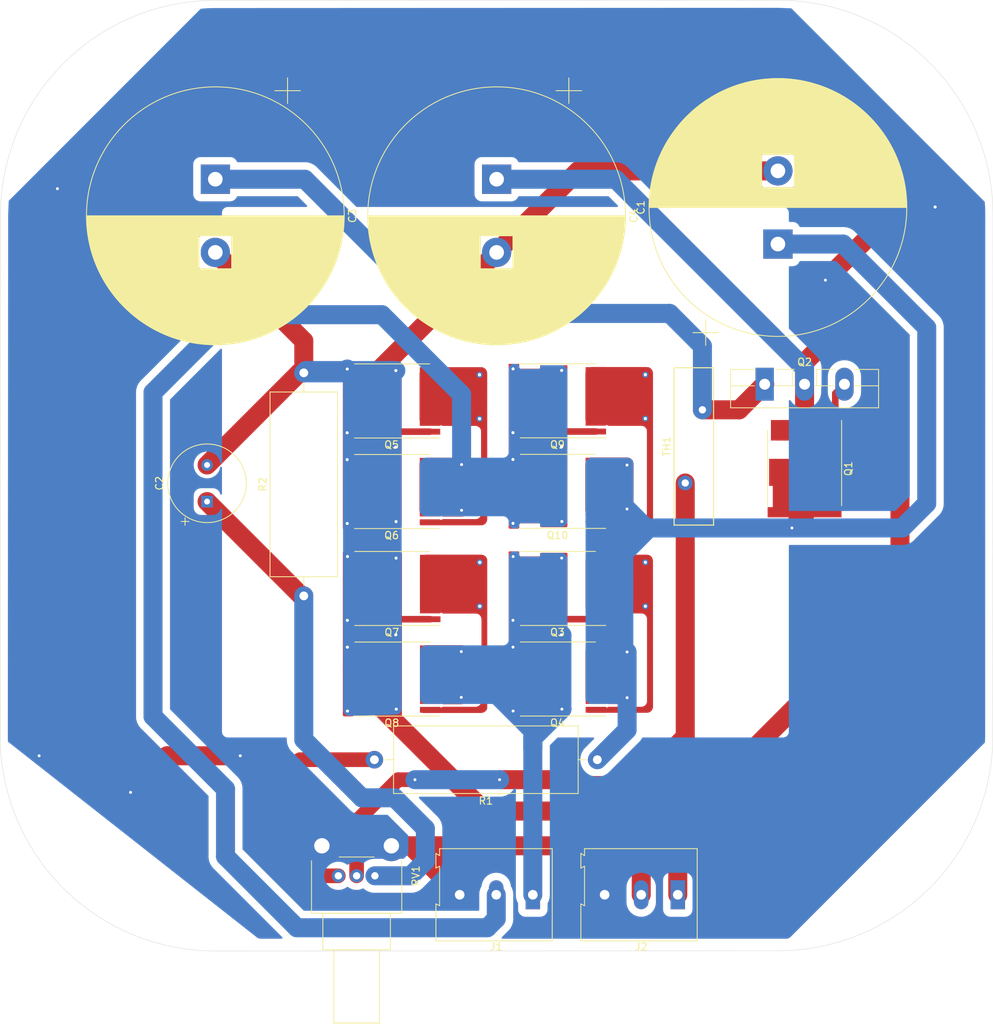
<source format=kicad_pcb>
(kicad_pcb (version 20171130) (host pcbnew 5.1.10)
  (layers (0 F.Cu signal) (31 B.Cu signal) (34 B.Paste user) (35 F.Paste user) (36 B.SilkS user) (37 F.SilkS user) (38 B.Mask user) (39 F.Mask user) (44 Edge.Cuts user))
  (net 0 "")
  (net 1 /Sheet611FEA1C/D-)
  (net 2 Earth)
  (net 3 "Net-(C2-Pad1)")
  (net 4 "Net-(C3-Pad1)")
  (net 5 /V+)
  (net 6 GNDPWR)
  (net 7 /AC_2)
  (net 8 /AC_1)
  (net 9 "Net-(Q1-Pad1)")
  (net 10 "Net-(Q3-Pad2)")
  (net 11 "Net-(Q5-Pad2)")
  (net 12 "Net-(Q7-Pad2)")
  (net 13 "Net-(Q10-Pad1)")
  (net 14 "Net-(R1-Pad2)")
  (net 15 "Net-(RV1-Pad2)")
  (module Capacitor_THT:CP_Radial_D35.0mm_P10.00mm_SnapIn (layer F.Cu) (at 168.50868 55.068678 90)
    (fp_text reference C1 (at 5 -18.75 90) (layer F.SilkS))
    (fp_text value 10m/100V)
    (pad 1 thru_hole rect (at 0 0 90) (size 4 4) (drill 2) (layers *.Cu *.Mask) (net 1 /Sheet611FEA1C/D-))
    (pad 2 thru_hole circle (at 10 0 90) (size 4 4) (drill 2) (layers *.Cu *.Mask) (net 2 Earth))
  )
  (module Capacitor_THT:CP_Radial_Tantal_D10.5mm_P5.00mm (layer F.Cu) (at 90.4621 90.26144 90)
    (fp_text reference C2 (at 2.5 -6.5 90) (layer F.SilkS))
    (fp_text value 1u/60V/solid_tantalum)
    (pad 1 thru_hole rect (at 0 0 90) (size 1.6 1.6) (drill 0.8) (layers *.Cu *.Mask) (net 3 "Net-(C2-Pad1)"))
    (pad 2 thru_hole circle (at 5 0 90) (size 1.6 1.6) (drill 0.8) (layers *.Cu *.Mask) (net 2 Earth))
  )
  (module Capacitor_THT:CP_Radial_D35.0mm_P10.00mm_SnapIn (layer F.Cu) (at 91.5924 46.20768 270)
    (fp_text reference C3 (at 5 -18.75 90) (layer F.SilkS))
    (fp_text value 10m/100V)
    (pad 1 thru_hole rect (at 0 0 270) (size 4 4) (drill 2) (layers *.Cu *.Mask) (net 4 "Net-(C3-Pad1)"))
    (pad 2 thru_hole circle (at 10 0 270) (size 4 4) (drill 2) (layers *.Cu *.Mask) (net 2 Earth))
  )
  (module Capacitor_THT:CP_Radial_D35.0mm_P10.00mm_SnapIn (layer F.Cu) (at 130.05054 46.20768 270)
    (fp_text reference C4 (at 5 -18.75 90) (layer F.SilkS))
    (fp_text value 10m/100V)
    (pad 2 thru_hole circle (at 10 0 270) (size 4 4) (drill 2) (layers *.Cu *.Mask) (net 2 Earth))
    (pad 1 thru_hole rect (at 0 0 270) (size 4 4) (drill 2) (layers *.Cu *.Mask) (net 5 /V+))
  )
  (module TerminalBlock:TerminalBlock_Altech_AK300-3_P5.00mm (layer F.Cu) (at 134.99891 143.9926 180)
    (fp_text reference J1 (at 5 -7.1) (layer F.SilkS))
    (fp_text value Conn_01x03_Female)
    (pad 3 thru_hole oval (at 10 0 180) (size 1.98 3.96) (drill 1.32) (layers *.Cu *.Mask) (net 6 GNDPWR))
    (pad 2 thru_hole oval (at 5 0 180) (size 1.98 3.96) (drill 1.32) (layers *.Cu *.Mask) (net 7 /AC_2))
    (pad 1 thru_hole rect (at 0 0 180) (size 1.98 3.96) (drill 1.32) (layers *.Cu *.Mask) (net 8 /AC_1))
  )
  (module TerminalBlock:TerminalBlock_Altech_AK300-3_P5.00mm (layer F.Cu) (at 154.81808 143.9926 180)
    (fp_text reference J2 (at 5 -7.1) (layer F.SilkS))
    (fp_text value Conn_01x03_Female)
    (pad 1 thru_hole rect (at 0 0 180) (size 1.98 3.96) (drill 1.32) (layers *.Cu *.Mask) (net 5 /V+))
    (pad 2 thru_hole oval (at 5 0 180) (size 1.98 3.96) (drill 1.32) (layers *.Cu *.Mask) (net 2 Earth))
    (pad 3 thru_hole oval (at 10 0 180) (size 1.98 3.96) (drill 1.32) (layers *.Cu *.Mask) (net 6 GNDPWR))
  )
  (module Package_TO_SOT_SMD:Infineon_PG-HSOF-8-1 (layer F.Cu) (at 172.15364 85.76564 270)
    (fp_text reference Q1 (at 0 -6 90) (layer F.SilkS))
    (fp_text value IPT015N10N5)
    (pad 3 smd custom (at 3.8 0 270) (size 2.9 8.7) (layers F.Cu F.Mask) (net 1 /Sheet611FEA1C/D-) (options (clearance outline) (anchor rect)) (primitives (gr_poly (pts (xy 1.45 -5.05) (xy 2.85 -5.05) (xy 2.85 5.05) (xy 1.45 5.05)) (width 0)) (gr_poly (pts (xy -1.45 -4.85) (xy -5.15 -4.85) (xy -5.15 4.85) (xy -1.45 4.85)) (width 0))))
    (pad 1 smd rect (at -5.25 -4.2 270) (size 2.8 0.8) (layers F.Cu F.Mask) (net 9 "Net-(Q1-Pad1)"))
    (pad 2 smd custom (at -4.25 0.6 270) (size 0.8 8) (layers F.Cu F.Mask) (net 5 /V+) (options (clearance outline) (anchor rect)) (primitives (gr_poly (pts (xy -0.4 -4) (xy -2.4 -4) (xy -2.4 -3.2) (xy -0.4 -3.2)) (width 0)) (gr_poly (pts (xy -0.4 -2.8) (xy -2.4 -2.8) (xy -2.4 -2) (xy -0.4 -2)) (width 0)) (gr_poly (pts (xy -0.4 -1.6) (xy -2.4 -1.6) (xy -2.4 -0.8) (xy -0.4 -0.8)) (width 0)) (gr_poly (pts (xy -0.4 -0.4) (xy -2.4 -0.4) (xy -2.4 0.4) (xy -0.4 0.4)) (width 0)) (gr_poly (pts (xy -0.4 0.8) (xy -2.4 0.8) (xy -2.4 1.6) (xy -0.4 1.6)) (width 0)) (gr_poly (pts (xy -0.4 2) (xy -2.4 2) (xy -2.4 2.8) (xy -0.4 2.8)) (width 0)) (gr_poly (pts (xy -0.4 3.2) (xy -2.4 3.2) (xy -2.4 4) (xy -0.4 4)) (width 0))))
  )
  (module Package_TO_SOT_THT:TO-264-3_Vertical (layer F.Cu) (at 166.70364 74.22018)
    (fp_text reference Q2 (at 5.45 -3.02) (layer F.SilkS))
    (fp_text value BD250C)
    (pad 1 thru_hole rect (at 0 0) (size 2.5 4.5) (drill 1.5) (layers *.Cu *.Mask) (net 4 "Net-(C3-Pad1)"))
    (pad 2 thru_hole oval (at 5.45 0) (size 2.5 4.5) (drill 1.5) (layers *.Cu *.Mask) (net 5 /V+))
    (pad 3 thru_hole oval (at 10.9 0) (size 2.5 4.5) (drill 1.5) (layers *.Cu *.Mask) (net 9 "Net-(Q1-Pad1)"))
  )
  (module Package_TO_SOT_SMD:Infineon_PG-HSOF-8-1 (layer F.Cu) (at 138.3686 102.13196 180)
    (fp_text reference Q3 (at 0 -6) (layer F.SilkS))
    (fp_text value IPT015N10N5)
    (pad 2 smd custom (at -4.25 0.6 180) (size 0.8 8) (layers F.Cu F.Mask) (net 10 "Net-(Q3-Pad2)") (options (clearance outline) (anchor rect)) (primitives (gr_poly (pts (xy -0.4 -4) (xy -2.4 -4) (xy -2.4 -3.2) (xy -0.4 -3.2)) (width 0)) (gr_poly (pts (xy -0.4 -2.8) (xy -2.4 -2.8) (xy -2.4 -2) (xy -0.4 -2)) (width 0)) (gr_poly (pts (xy -0.4 -1.6) (xy -2.4 -1.6) (xy -2.4 -0.8) (xy -0.4 -0.8)) (width 0)) (gr_poly (pts (xy -0.4 -0.4) (xy -2.4 -0.4) (xy -2.4 0.4) (xy -0.4 0.4)) (width 0)) (gr_poly (pts (xy -0.4 0.8) (xy -2.4 0.8) (xy -2.4 1.6) (xy -0.4 1.6)) (width 0)) (gr_poly (pts (xy -0.4 2) (xy -2.4 2) (xy -2.4 2.8) (xy -0.4 2.8)) (width 0)) (gr_poly (pts (xy -0.4 3.2) (xy -2.4 3.2) (xy -2.4 4) (xy -0.4 4)) (width 0))))
    (pad 1 smd rect (at -5.25 -4.2 180) (size 2.8 0.8) (layers F.Cu F.Mask) (net 8 /AC_1))
    (pad 3 smd custom (at 3.8 0 180) (size 2.9 8.7) (layers F.Cu F.Mask) (net 8 /AC_1) (options (clearance outline) (anchor rect)) (primitives (gr_poly (pts (xy 1.45 -5.05) (xy 2.85 -5.05) (xy 2.85 5.05) (xy 1.45 5.05)) (width 0)) (gr_poly (pts (xy -1.45 -4.85) (xy -5.15 -4.85) (xy -5.15 4.85) (xy -1.45 4.85)) (width 0))))
  )
  (module Package_TO_SOT_SMD:Infineon_PG-HSOF-8-1 (layer F.Cu) (at 138.3686 114.51196 180)
    (fp_text reference Q4 (at 0 -6) (layer F.SilkS))
    (fp_text value IPT015N10N5)
    (pad 3 smd custom (at 3.8 0 180) (size 2.9 8.7) (layers F.Cu F.Mask) (net 8 /AC_1) (options (clearance outline) (anchor rect)) (primitives (gr_poly (pts (xy 1.45 -5.05) (xy 2.85 -5.05) (xy 2.85 5.05) (xy 1.45 5.05)) (width 0)) (gr_poly (pts (xy -1.45 -4.85) (xy -5.15 -4.85) (xy -5.15 4.85) (xy -1.45 4.85)) (width 0))))
    (pad 1 smd rect (at -5.25 -4.2 180) (size 2.8 0.8) (layers F.Cu F.Mask) (net 10 "Net-(Q3-Pad2)"))
    (pad 2 smd custom (at -4.25 0.6 180) (size 0.8 8) (layers F.Cu F.Mask) (net 1 /Sheet611FEA1C/D-) (options (clearance outline) (anchor rect)) (primitives (gr_poly (pts (xy -0.4 -4) (xy -2.4 -4) (xy -2.4 -3.2) (xy -0.4 -3.2)) (width 0)) (gr_poly (pts (xy -0.4 -2.8) (xy -2.4 -2.8) (xy -2.4 -2) (xy -0.4 -2)) (width 0)) (gr_poly (pts (xy -0.4 -1.6) (xy -2.4 -1.6) (xy -2.4 -0.8) (xy -0.4 -0.8)) (width 0)) (gr_poly (pts (xy -0.4 -0.4) (xy -2.4 -0.4) (xy -2.4 0.4) (xy -0.4 0.4)) (width 0)) (gr_poly (pts (xy -0.4 0.8) (xy -2.4 0.8) (xy -2.4 1.6) (xy -0.4 1.6)) (width 0)) (gr_poly (pts (xy -0.4 2) (xy -2.4 2) (xy -2.4 2.8) (xy -0.4 2.8)) (width 0)) (gr_poly (pts (xy -0.4 3.2) (xy -2.4 3.2) (xy -2.4 4) (xy -0.4 4)) (width 0))))
  )
  (module Package_TO_SOT_SMD:Infineon_PG-HSOF-8-1 (layer F.Cu) (at 115.693599 76.506959 180)
    (fp_text reference Q5 (at 0 -6) (layer F.SilkS))
    (fp_text value IPT015N10N5)
    (pad 2 smd custom (at -4.25 0.6 180) (size 0.8 8) (layers F.Cu F.Mask) (net 11 "Net-(Q5-Pad2)") (options (clearance outline) (anchor rect)) (primitives (gr_poly (pts (xy -0.4 -4) (xy -2.4 -4) (xy -2.4 -3.2) (xy -0.4 -3.2)) (width 0)) (gr_poly (pts (xy -0.4 -2.8) (xy -2.4 -2.8) (xy -2.4 -2) (xy -0.4 -2)) (width 0)) (gr_poly (pts (xy -0.4 -1.6) (xy -2.4 -1.6) (xy -2.4 -0.8) (xy -0.4 -0.8)) (width 0)) (gr_poly (pts (xy -0.4 -0.4) (xy -2.4 -0.4) (xy -2.4 0.4) (xy -0.4 0.4)) (width 0)) (gr_poly (pts (xy -0.4 0.8) (xy -2.4 0.8) (xy -2.4 1.6) (xy -0.4 1.6)) (width 0)) (gr_poly (pts (xy -0.4 2) (xy -2.4 2) (xy -2.4 2.8) (xy -0.4 2.8)) (width 0)) (gr_poly (pts (xy -0.4 3.2) (xy -2.4 3.2) (xy -2.4 4) (xy -0.4 4)) (width 0))))
    (pad 1 smd rect (at -5.25 -4.2 180) (size 2.8 0.8) (layers F.Cu F.Mask) (net 2 Earth))
    (pad 3 smd custom (at 3.8 0 180) (size 2.9 8.7) (layers F.Cu F.Mask) (net 2 Earth) (options (clearance outline) (anchor rect)) (primitives (gr_poly (pts (xy 1.45 -5.05) (xy 2.85 -5.05) (xy 2.85 5.05) (xy 1.45 5.05)) (width 0)) (gr_poly (pts (xy -1.45 -4.85) (xy -5.15 -4.85) (xy -5.15 4.85) (xy -1.45 4.85)) (width 0))))
  )
  (module Package_TO_SOT_SMD:Infineon_PG-HSOF-8-1 (layer F.Cu) (at 115.693599 88.886959 180)
    (fp_text reference Q6 (at 0 -6) (layer F.SilkS))
    (fp_text value IPT015N10N5)
    (pad 3 smd custom (at 3.8 0 180) (size 2.9 8.7) (layers F.Cu F.Mask) (net 2 Earth) (options (clearance outline) (anchor rect)) (primitives (gr_poly (pts (xy 1.45 -5.05) (xy 2.85 -5.05) (xy 2.85 5.05) (xy 1.45 5.05)) (width 0)) (gr_poly (pts (xy -1.45 -4.85) (xy -5.15 -4.85) (xy -5.15 4.85) (xy -1.45 4.85)) (width 0))))
    (pad 1 smd rect (at -5.25 -4.2 180) (size 2.8 0.8) (layers F.Cu F.Mask) (net 11 "Net-(Q5-Pad2)"))
    (pad 2 smd custom (at -4.25 0.6 180) (size 0.8 8) (layers F.Cu F.Mask) (net 7 /AC_2) (options (clearance outline) (anchor rect)) (primitives (gr_poly (pts (xy -0.4 -4) (xy -2.4 -4) (xy -2.4 -3.2) (xy -0.4 -3.2)) (width 0)) (gr_poly (pts (xy -0.4 -2.8) (xy -2.4 -2.8) (xy -2.4 -2) (xy -0.4 -2)) (width 0)) (gr_poly (pts (xy -0.4 -1.6) (xy -2.4 -1.6) (xy -2.4 -0.8) (xy -0.4 -0.8)) (width 0)) (gr_poly (pts (xy -0.4 -0.4) (xy -2.4 -0.4) (xy -2.4 0.4) (xy -0.4 0.4)) (width 0)) (gr_poly (pts (xy -0.4 0.8) (xy -2.4 0.8) (xy -2.4 1.6) (xy -0.4 1.6)) (width 0)) (gr_poly (pts (xy -0.4 2) (xy -2.4 2) (xy -2.4 2.8) (xy -0.4 2.8)) (width 0)) (gr_poly (pts (xy -0.4 3.2) (xy -2.4 3.2) (xy -2.4 4) (xy -0.4 4)) (width 0))))
  )
  (module Package_TO_SOT_SMD:Infineon_PG-HSOF-8-1 (layer F.Cu) (at 115.723599 102.136959 180)
    (fp_text reference Q7 (at 0 -6) (layer F.SilkS))
    (fp_text value IPT015N10N5)
    (pad 2 smd custom (at -4.25 0.6 180) (size 0.8 8) (layers F.Cu F.Mask) (net 12 "Net-(Q7-Pad2)") (options (clearance outline) (anchor rect)) (primitives (gr_poly (pts (xy -0.4 -4) (xy -2.4 -4) (xy -2.4 -3.2) (xy -0.4 -3.2)) (width 0)) (gr_poly (pts (xy -0.4 -2.8) (xy -2.4 -2.8) (xy -2.4 -2) (xy -0.4 -2)) (width 0)) (gr_poly (pts (xy -0.4 -1.6) (xy -2.4 -1.6) (xy -2.4 -0.8) (xy -0.4 -0.8)) (width 0)) (gr_poly (pts (xy -0.4 -0.4) (xy -2.4 -0.4) (xy -2.4 0.4) (xy -0.4 0.4)) (width 0)) (gr_poly (pts (xy -0.4 0.8) (xy -2.4 0.8) (xy -2.4 1.6) (xy -0.4 1.6)) (width 0)) (gr_poly (pts (xy -0.4 2) (xy -2.4 2) (xy -2.4 2.8) (xy -0.4 2.8)) (width 0)) (gr_poly (pts (xy -0.4 3.2) (xy -2.4 3.2) (xy -2.4 4) (xy -0.4 4)) (width 0))))
    (pad 1 smd rect (at -5.25 -4.2 180) (size 2.8 0.8) (layers F.Cu F.Mask) (net 2 Earth))
    (pad 3 smd custom (at 3.8 0 180) (size 2.9 8.7) (layers F.Cu F.Mask) (net 2 Earth) (options (clearance outline) (anchor rect)) (primitives (gr_poly (pts (xy 1.45 -5.05) (xy 2.85 -5.05) (xy 2.85 5.05) (xy 1.45 5.05)) (width 0)) (gr_poly (pts (xy -1.45 -4.85) (xy -5.15 -4.85) (xy -5.15 4.85) (xy -1.45 4.85)) (width 0))))
  )
  (module Package_TO_SOT_SMD:Infineon_PG-HSOF-8-1 (layer F.Cu) (at 115.723599 114.516959 180)
    (fp_text reference Q8 (at 0 -6) (layer F.SilkS))
    (fp_text value IPT015N10N5)
    (pad 3 smd custom (at 3.8 0 180) (size 2.9 8.7) (layers F.Cu F.Mask) (net 2 Earth) (options (clearance outline) (anchor rect)) (primitives (gr_poly (pts (xy 1.45 -5.05) (xy 2.85 -5.05) (xy 2.85 5.05) (xy 1.45 5.05)) (width 0)) (gr_poly (pts (xy -1.45 -4.85) (xy -5.15 -4.85) (xy -5.15 4.85) (xy -1.45 4.85)) (width 0))))
    (pad 1 smd rect (at -5.25 -4.2 180) (size 2.8 0.8) (layers F.Cu F.Mask) (net 12 "Net-(Q7-Pad2)"))
    (pad 2 smd custom (at -4.25 0.6 180) (size 0.8 8) (layers F.Cu F.Mask) (net 8 /AC_1) (options (clearance outline) (anchor rect)) (primitives (gr_poly (pts (xy -0.4 -4) (xy -2.4 -4) (xy -2.4 -3.2) (xy -0.4 -3.2)) (width 0)) (gr_poly (pts (xy -0.4 -2.8) (xy -2.4 -2.8) (xy -2.4 -2) (xy -0.4 -2)) (width 0)) (gr_poly (pts (xy -0.4 -1.6) (xy -2.4 -1.6) (xy -2.4 -0.8) (xy -0.4 -0.8)) (width 0)) (gr_poly (pts (xy -0.4 -0.4) (xy -2.4 -0.4) (xy -2.4 0.4) (xy -0.4 0.4)) (width 0)) (gr_poly (pts (xy -0.4 0.8) (xy -2.4 0.8) (xy -2.4 1.6) (xy -0.4 1.6)) (width 0)) (gr_poly (pts (xy -0.4 2) (xy -2.4 2) (xy -2.4 2.8) (xy -0.4 2.8)) (width 0)) (gr_poly (pts (xy -0.4 3.2) (xy -2.4 3.2) (xy -2.4 4) (xy -0.4 4)) (width 0))))
  )
  (module Package_TO_SOT_SMD:Infineon_PG-HSOF-8-1 (layer F.Cu) (at 138.363599 76.486959 180)
    (fp_text reference Q9 (at 0 -6) (layer F.SilkS))
    (fp_text value IPT015N10N5)
    (pad 2 smd custom (at -4.25 0.6 180) (size 0.8 8) (layers F.Cu F.Mask) (net 13 "Net-(Q10-Pad1)") (options (clearance outline) (anchor rect)) (primitives (gr_poly (pts (xy -0.4 -4) (xy -2.4 -4) (xy -2.4 -3.2) (xy -0.4 -3.2)) (width 0)) (gr_poly (pts (xy -0.4 -2.8) (xy -2.4 -2.8) (xy -2.4 -2) (xy -0.4 -2)) (width 0)) (gr_poly (pts (xy -0.4 -1.6) (xy -2.4 -1.6) (xy -2.4 -0.8) (xy -0.4 -0.8)) (width 0)) (gr_poly (pts (xy -0.4 -0.4) (xy -2.4 -0.4) (xy -2.4 0.4) (xy -0.4 0.4)) (width 0)) (gr_poly (pts (xy -0.4 0.8) (xy -2.4 0.8) (xy -2.4 1.6) (xy -0.4 1.6)) (width 0)) (gr_poly (pts (xy -0.4 2) (xy -2.4 2) (xy -2.4 2.8) (xy -0.4 2.8)) (width 0)) (gr_poly (pts (xy -0.4 3.2) (xy -2.4 3.2) (xy -2.4 4) (xy -0.4 4)) (width 0))))
    (pad 1 smd rect (at -5.25 -4.2 180) (size 2.8 0.8) (layers F.Cu F.Mask) (net 7 /AC_2))
    (pad 3 smd custom (at 3.8 0 180) (size 2.9 8.7) (layers F.Cu F.Mask) (net 7 /AC_2) (options (clearance outline) (anchor rect)) (primitives (gr_poly (pts (xy 1.45 -5.05) (xy 2.85 -5.05) (xy 2.85 5.05) (xy 1.45 5.05)) (width 0)) (gr_poly (pts (xy -1.45 -4.85) (xy -5.15 -4.85) (xy -5.15 4.85) (xy -1.45 4.85)) (width 0))))
  )
  (module Package_TO_SOT_SMD:Infineon_PG-HSOF-8-1 (layer F.Cu) (at 138.363599 88.866959 180)
    (fp_text reference Q10 (at 0 -6) (layer F.SilkS))
    (fp_text value IPT015N10N5)
    (pad 2 smd custom (at -4.25 0.6 180) (size 0.8 8) (layers F.Cu F.Mask) (net 1 /Sheet611FEA1C/D-) (options (clearance outline) (anchor rect)) (primitives (gr_poly (pts (xy -0.4 -4) (xy -2.4 -4) (xy -2.4 -3.2) (xy -0.4 -3.2)) (width 0)) (gr_poly (pts (xy -0.4 -2.8) (xy -2.4 -2.8) (xy -2.4 -2) (xy -0.4 -2)) (width 0)) (gr_poly (pts (xy -0.4 -1.6) (xy -2.4 -1.6) (xy -2.4 -0.8) (xy -0.4 -0.8)) (width 0)) (gr_poly (pts (xy -0.4 -0.4) (xy -2.4 -0.4) (xy -2.4 0.4) (xy -0.4 0.4)) (width 0)) (gr_poly (pts (xy -0.4 0.8) (xy -2.4 0.8) (xy -2.4 1.6) (xy -0.4 1.6)) (width 0)) (gr_poly (pts (xy -0.4 2) (xy -2.4 2) (xy -2.4 2.8) (xy -0.4 2.8)) (width 0)) (gr_poly (pts (xy -0.4 3.2) (xy -2.4 3.2) (xy -2.4 4) (xy -0.4 4)) (width 0))))
    (pad 1 smd rect (at -5.25 -4.2 180) (size 2.8 0.8) (layers F.Cu F.Mask) (net 13 "Net-(Q10-Pad1)"))
    (pad 3 smd custom (at 3.8 0 180) (size 2.9 8.7) (layers F.Cu F.Mask) (net 7 /AC_2) (options (clearance outline) (anchor rect)) (primitives (gr_poly (pts (xy 1.45 -5.05) (xy 2.85 -5.05) (xy 2.85 5.05) (xy 1.45 5.05)) (width 0)) (gr_poly (pts (xy -1.45 -4.85) (xy -5.15 -4.85) (xy -5.15 4.85) (xy -1.45 4.85)) (width 0))))
  )
  (module Resistor_THT:R_Axial_Power_L25.0mm_W9.0mm_P30.48mm (layer F.Cu) (at 143.81734 125.53696 180)
    (fp_text reference R1 (at 15.24 -5.62) (layer F.SilkS))
    (fp_text value 50k)
    (pad 1 thru_hole circle (at 0 0 180) (size 2.4 2.4) (drill 1.2) (layers *.Cu *.Mask) (net 1 /Sheet611FEA1C/D-))
    (pad 2 thru_hole oval (at 30.48 0 180) (size 2.4 2.4) (drill 1.2) (layers *.Cu *.Mask) (net 14 "Net-(R1-Pad2)"))
  )
  (module Resistor_THT:R_Axial_Power_L25.0mm_W9.0mm_P30.48mm (layer F.Cu) (at 103.68788 103.147507 90)
    (fp_text reference R2 (at 15.24 -5.62 90) (layer F.SilkS))
    (fp_text value 50k)
    (pad 2 thru_hole oval (at 30.48 0 90) (size 2.4 2.4) (drill 1.2) (layers *.Cu *.Mask) (net 2 Earth))
    (pad 1 thru_hole circle (at 0 0 90) (size 2.4 2.4) (drill 1.2) (layers *.Cu *.Mask) (net 3 "Net-(C2-Pad1)"))
  )
  (module Potentiometer_THT:Potentiometer_Alps_RK09L_Single_Horizontal (layer F.Cu) (at 108.40974 141.40196 270)
    (fp_text reference RV1 (at 0 -10.6 90) (layer F.SilkS))
    (fp_text value 20k)
    (pad 3 thru_hole circle (at 0 -5 270) (size 1.8 1.8) (drill 1) (layers *.Cu *.Mask) (net 3 "Net-(C2-Pad1)"))
    (pad 2 thru_hole circle (at 0 -2.5 270) (size 1.8 1.8) (drill 1) (layers *.Cu *.Mask) (net 15 "Net-(RV1-Pad2)"))
    (pad 1 thru_hole circle (at 0 0 270) (size 1.8 1.8) (drill 1) (layers *.Cu *.Mask) (net 14 "Net-(R1-Pad2)"))
    (pad "" thru_hole circle (at -4.1 -7.25 270) (size 4.2 4.2) (drill 2.1) (layers *.Cu *.Mask) (net 6 GNDPWR))
    (pad "" thru_hole circle (at -4.1 2.25 270) (size 4.2 4.2) (drill 2.1) (layers *.Cu *.Mask) (net 6 GNDPWR))
  )
  (module Varistor:RV_Disc_D21.5mm_W5.4mm_P10mm (layer F.Cu) (at 158.18612 77.72146 270)
    (fp_text reference TH1 (at 5 4.875 90) (layer F.SilkS))
    (fp_text value Thermistor_PTC_US_50ohm)
    (pad 1 thru_hole circle (at 0 0 270) (size 2 2) (drill 1) (layers *.Cu *.Mask) (net 4 "Net-(C3-Pad1)"))
    (pad 2 thru_hole circle (at 10 2.35 270) (size 2 2) (drill 1) (layers *.Cu *.Mask) (net 15 "Net-(RV1-Pad2)"))
  )
  (gr_line (start 91.581526 151.6761) (end 168.51123 151.64562) (layer Edge.Cuts) (width 0.05))
  (gr_line (start 91.5797 151.6761) (end 91.581526 151.6761) (layer Edge.Cuts) (width 0.05))
  (gr_line (start 197.908466 51.12003) (end 197.8914 122.240754) (layer Edge.Cuts) (width 0.05))
  (gr_line (start 62.22239 51.175206) (end 62.17666 122.29593) (layer Edge.Cuts) (width 0.05))
  (gr_arc (start 168.51123 122.26544) (end 168.51123 151.64562) (angle -90.04814096) (layer Edge.Cuts) (width 0.05))
  (gr_arc (start 91.55684 122.29593) (end 62.17666 122.29593) (angle -90.04814096) (layer Edge.Cuts) (width 0.05))
  (gr_line (start 91.60256 21.77034) (end 168.50614 21.73986) (layer Edge.Cuts) (width 0.05))
  (gr_arc (start 168.528286 51.12003) (end 197.908466 51.12003) (angle -90.04814096) (layer Edge.Cuts) (width 0.05))
  (gr_arc (start 91.60256 51.15052) (end 91.60256 21.77034) (angle -90.04814096) (layer Edge.Cuts) (width 0.05))
  (via (at 147.8886 117.06196) (size 0.8) (drill 0.4) (layers F.Cu B.Cu) (net 1))
  (via (at 147.8886 110.81196) (size 0.8) (drill 0.4) (layers F.Cu B.Cu) (net 1))
  (via (at 147.8786 85.27196) (size 0.8) (drill 0.4) (layers F.Cu B.Cu) (net 1))
  (via (at 147.8786 91.27196) (size 0.8) (drill 0.4) (layers F.Cu B.Cu) (net 1))
  (segment (start 172.15364 89.56564) (end 172.15364 92.13844) (width 2.6) (layer F.Cu) (net 1))
  (segment (start 172.15364 92.13844) (end 170.42638 93.8657) (width 2.6) (layer F.Cu) (net 1))
  (segment (start 170.42638 93.8657) (end 170.42638 93.8657) (width 2.6) (layer F.Cu) (net 1))
  (via (at 170.42638 93.8657) (size 0.8) (drill 0.4) (layers F.Cu B.Cu) (net 1))
  (segment (start 150.47234 93.8657) (end 147.8786 91.27196) (width 2.6) (layer B.Cu) (net 1))
  (segment (start 150.74138 93.8657) (end 150.47234 93.8657) (width 2.6) (layer B.Cu) (net 1))
  (segment (start 170.42638 93.8657) (end 150.74138 93.8657) (width 2.6) (layer B.Cu) (net 1))
  (segment (start 150.74138 93.8657) (end 145.3261 93.8657) (width 2.6) (layer B.Cu) (net 1))
  (segment (start 150.74138 93.8657) (end 150.74138 94.02064) (width 2.6) (layer B.Cu) (net 1))
  (segment (start 150.74138 94.02064) (end 148.07184 96.69018) (width 2.6) (layer B.Cu) (net 1))
  (segment (start 147.8886 121.4657) (end 143.81734 125.53696) (width 2.6) (layer B.Cu) (net 1))
  (segment (start 147.8886 117.06196) (end 147.8886 121.4657) (width 2.6) (layer B.Cu) (net 1))
  (segment (start 147.8886 117.06196) (end 147.8886 110.81196) (width 2.6) (layer B.Cu) (net 1))
  (segment (start 168.50868 55.068678) (end 177.425558 55.068678) (width 2.6) (layer B.Cu) (net 1))
  (segment (start 177.425558 55.068678) (end 188.85662 66.49974) (width 2.6) (layer B.Cu) (net 1))
  (segment (start 188.85662 66.49974) (end 188.85662 90.50782) (width 2.6) (layer B.Cu) (net 1))
  (segment (start 185.49874 93.8657) (end 170.42638 93.8657) (width 2.6) (layer B.Cu) (net 1))
  (segment (start 188.85662 90.50782) (end 185.49874 93.8657) (width 2.6) (layer B.Cu) (net 1))
  (segment (start 116.093599 80.706959) (end 111.893599 76.506959) (width 0.8) (layer F.Cu) (net 2))
  (segment (start 116.123599 106.336959) (end 111.923599 102.136959) (width 0.8) (layer F.Cu) (net 2))
  (segment (start 116.093599 80.706959) (end 111.893599 76.506959) (width 0.8) (layer F.Cu) (net 2))
  (segment (start 116.123599 106.336959) (end 111.923599 102.136959) (width 0.8) (layer F.Cu) (net 2))
  (segment (start 116.093599 80.706959) (end 111.893599 76.506959) (width 0.8) (layer F.Cu) (net 2))
  (segment (start 116.123599 106.336959) (end 111.923599 102.136959) (width 0.8) (layer F.Cu) (net 2))
  (via (at 116.27308 72.35666) (size 0.8) (drill 0.4) (layers F.Cu B.Cu) (net 2))
  (via (at 116.29848 93.00178) (size 0.8) (drill 0.4) (layers F.Cu B.Cu) (net 2))
  (via (at 109.63098 72.14584) (size 0.8) (drill 0.4) (layers F.Cu B.Cu) (net 2))
  (via (at 109.61066 80.86058) (size 0.8) (drill 0.4) (layers F.Cu B.Cu) (net 2))
  (via (at 109.6132 84.52834) (size 0.8) (drill 0.4) (layers F.Cu B.Cu) (net 2))
  (via (at 109.6259 93.25578) (size 0.8) (drill 0.4) (layers F.Cu B.Cu) (net 2))
  (segment (start 116.093599 80.706959) (end 111.893599 76.506959) (width 0.8) (layer F.Cu) (net 2))
  (segment (start 116.093599 80.706959) (end 111.893599 76.506959) (width 0.8) (layer F.Cu) (net 2))
  (segment (start 116.093599 80.706959) (end 111.893599 76.506959) (width 0.8) (layer F.Cu) (net 2))
  (segment (start 116.093599 80.706959) (end 111.893599 76.506959) (width 0.8) (layer F.Cu) (net 2))
  (via (at 116.24514 82.824) (size 0.8) (drill 0.4) (layers F.Cu B.Cu) (net 2))
  (via (at 116.30308 97.98666) (size 0.8) (drill 0.4) (layers F.Cu B.Cu) (net 2))
  (via (at 116.32848 118.63178) (size 0.8) (drill 0.4) (layers F.Cu B.Cu) (net 2))
  (via (at 109.66098 97.77584) (size 0.8) (drill 0.4) (layers F.Cu B.Cu) (net 2))
  (via (at 109.64066 106.49058) (size 0.8) (drill 0.4) (layers F.Cu B.Cu) (net 2))
  (via (at 109.6432 110.15834) (size 0.8) (drill 0.4) (layers F.Cu B.Cu) (net 2))
  (via (at 109.6559 118.88578) (size 0.8) (drill 0.4) (layers F.Cu B.Cu) (net 2))
  (segment (start 116.123599 106.336959) (end 111.923599 102.136959) (width 0.8) (layer F.Cu) (net 2))
  (segment (start 116.123599 106.336959) (end 111.923599 102.136959) (width 0.8) (layer F.Cu) (net 2))
  (segment (start 116.123599 106.336959) (end 111.923599 102.136959) (width 0.8) (layer F.Cu) (net 2))
  (segment (start 116.123599 106.336959) (end 111.923599 102.136959) (width 0.8) (layer F.Cu) (net 2))
  (via (at 116.27514 108.454) (size 0.8) (drill 0.4) (layers F.Cu B.Cu) (net 2))
  (segment (start 116.093599 80.706959) (end 111.893599 76.506959) (width 0.8) (layer F.Cu) (net 2))
  (via (at 116.27308 72.35666) (size 0.8) (drill 0.4) (layers F.Cu B.Cu) (net 2))
  (via (at 116.29848 93.00178) (size 0.8) (drill 0.4) (layers F.Cu B.Cu) (net 2))
  (via (at 109.63098 72.14584) (size 0.8) (drill 0.4) (layers F.Cu B.Cu) (net 2))
  (via (at 109.61066 80.86058) (size 0.8) (drill 0.4) (layers F.Cu B.Cu) (net 2))
  (via (at 109.6132 84.52834) (size 0.8) (drill 0.4) (layers F.Cu B.Cu) (net 2))
  (via (at 109.6259 93.25578) (size 0.8) (drill 0.4) (layers F.Cu B.Cu) (net 2))
  (segment (start 116.093599 80.706959) (end 111.893599 76.506959) (width 0.8) (layer F.Cu) (net 2))
  (segment (start 116.093599 80.706959) (end 111.893599 76.506959) (width 0.8) (layer F.Cu) (net 2))
  (segment (start 116.093599 80.706959) (end 111.893599 76.506959) (width 0.8) (layer F.Cu) (net 2))
  (segment (start 116.093599 80.706959) (end 111.893599 76.506959) (width 0.8) (layer F.Cu) (net 2))
  (via (at 116.24514 82.824) (size 0.8) (drill 0.4) (layers F.Cu B.Cu) (net 2))
  (segment (start 116.123599 106.336959) (end 111.923599 102.136959) (width 0.8) (layer F.Cu) (net 2))
  (via (at 116.30308 97.98666) (size 0.8) (drill 0.4) (layers F.Cu B.Cu) (net 2))
  (via (at 116.32848 118.63178) (size 0.8) (drill 0.4) (layers F.Cu B.Cu) (net 2))
  (via (at 109.66098 97.77584) (size 0.8) (drill 0.4) (layers F.Cu B.Cu) (net 2))
  (via (at 109.64066 106.49058) (size 0.8) (drill 0.4) (layers F.Cu B.Cu) (net 2))
  (via (at 109.6432 110.15834) (size 0.8) (drill 0.4) (layers F.Cu B.Cu) (net 2))
  (via (at 109.6559 118.88578) (size 0.8) (drill 0.4) (layers F.Cu B.Cu) (net 2))
  (segment (start 116.123599 106.336959) (end 111.923599 102.136959) (width 0.8) (layer F.Cu) (net 2))
  (segment (start 116.123599 106.336959) (end 111.923599 102.136959) (width 0.8) (layer F.Cu) (net 2))
  (segment (start 116.123599 106.336959) (end 111.923599 102.136959) (width 0.8) (layer F.Cu) (net 2))
  (segment (start 116.123599 106.336959) (end 111.923599 102.136959) (width 0.8) (layer F.Cu) (net 2))
  (via (at 116.27514 108.454) (size 0.8) (drill 0.4) (layers F.Cu B.Cu) (net 2))
  (segment (start 116.093599 80.706959) (end 111.893599 76.506959) (width 0.9) (layer F.Cu) (net 2))
  (segment (start 120.943599 80.706959) (end 116.093599 80.706959) (width 0.9) (layer F.Cu) (net 2))
  (segment (start 116.123599 106.336959) (end 111.923599 102.136959) (width 0.9) (layer F.Cu) (net 2))
  (segment (start 120.973599 106.336959) (end 116.123599 106.336959) (width 0.9) (layer F.Cu) (net 2))
  (segment (start 103.056033 72.667507) (end 90.4621 85.26144) (width 2.6) (layer F.Cu) (net 2))
  (segment (start 103.68788 72.667507) (end 103.056033 72.667507) (width 2.6) (layer F.Cu) (net 2))
  (segment (start 103.68788 68.30316) (end 91.5924 56.20768) (width 2.6) (layer F.Cu) (net 2))
  (segment (start 103.68788 72.667507) (end 103.68788 68.30316) (width 2.6) (layer F.Cu) (net 2))
  (segment (start 111.893599 74.364621) (end 130.05054 56.20768) (width 2.6) (layer F.Cu) (net 2))
  (segment (start 111.893599 76.506959) (end 111.893599 74.364621) (width 2.6) (layer F.Cu) (net 2))
  (segment (start 141.189542 45.068678) (end 130.05054 56.20768) (width 2.6) (layer F.Cu) (net 2))
  (segment (start 168.50868 45.068678) (end 141.189542 45.068678) (width 2.6) (layer F.Cu) (net 2))
  (segment (start 111.923599 114.516959) (end 111.923599 116.091739) (width 2.6) (layer F.Cu) (net 2))
  (segment (start 111.923599 116.091739) (end 128.38684 132.55498) (width 2.6) (layer F.Cu) (net 2))
  (segment (start 128.38684 132.55498) (end 146.39544 132.55498) (width 2.6) (layer F.Cu) (net 2))
  (segment (start 149.81808 135.97762) (end 149.81808 143.9926) (width 2.6) (layer F.Cu) (net 2))
  (segment (start 146.39544 132.55498) (end 149.81808 135.97762) (width 2.6) (layer F.Cu) (net 2))
  (segment (start 109.109313 72.667507) (end 109.63098 72.14584) (width 2.6) (layer B.Cu) (net 2))
  (segment (start 103.68788 72.667507) (end 109.109313 72.667507) (width 2.6) (layer B.Cu) (net 2))
  (segment (start 103.998727 72.35666) (end 103.68788 72.667507) (width 2.6) (layer B.Cu) (net 2))
  (segment (start 116.27308 72.35666) (end 103.998727 72.35666) (width 2.6) (layer B.Cu) (net 2))
  (segment (start 103.348167 103.147507) (end 90.4621 90.26144) (width 2.6) (layer F.Cu) (net 3))
  (segment (start 103.68788 103.147507) (end 103.348167 103.147507) (width 2.6) (layer F.Cu) (net 3))
  (segment (start 113.40974 141.40196) (end 118.30034 141.40196) (width 2.6) (layer B.Cu) (net 3))
  (segment (start 118.30034 141.40196) (end 120.3071 139.3952) (width 2.6) (layer B.Cu) (net 3))
  (segment (start 120.3071 139.3952) (end 120.3071 134.94512) (width 2.6) (layer B.Cu) (net 3))
  (segment (start 120.3071 134.94512) (end 116.10594 130.74396) (width 2.6) (layer B.Cu) (net 3))
  (segment (start 116.10594 130.74396) (end 111.633 130.74396) (width 2.6) (layer B.Cu) (net 3))
  (segment (start 103.68788 122.79884) (end 103.68788 103.147507) (width 2.6) (layer B.Cu) (net 3))
  (segment (start 111.633 130.74396) (end 103.68788 122.79884) (width 2.6) (layer B.Cu) (net 3))
  (segment (start 163.20236 77.72146) (end 166.70364 74.22018) (width 2.6) (layer F.Cu) (net 4))
  (segment (start 158.18612 77.72146) (end 163.20236 77.72146) (width 2.6) (layer F.Cu) (net 4))
  (segment (start 91.5924 46.20768) (end 103.81742 46.20768) (width 2.6) (layer B.Cu) (net 4))
  (segment (start 103.81742 46.20768) (end 122.15876 64.54902) (width 2.6) (layer B.Cu) (net 4))
  (segment (start 122.15876 64.54902) (end 153.71318 64.54902) (width 2.6) (layer B.Cu) (net 4))
  (segment (start 158.18612 69.02196) (end 158.18612 77.72146) (width 2.6) (layer B.Cu) (net 4))
  (segment (start 153.71318 64.54902) (end 158.18612 69.02196) (width 2.6) (layer B.Cu) (net 4))
  (segment (start 172.15364 74.22018) (end 172.15364 80.20044) (width 2.6) (layer F.Cu) (net 5))
  (segment (start 172.15364 74.22018) (end 172.15364 71.24186) (width 2.6) (layer F.Cu) (net 5))
  (segment (start 172.15364 71.24186) (end 175.7045 67.691) (width 2.6) (layer F.Cu) (net 5))
  (segment (start 175.7045 67.691) (end 182.07736 67.691) (width 2.6) (layer F.Cu) (net 5))
  (segment (start 182.07736 67.691) (end 185.19394 70.80758) (width 2.6) (layer F.Cu) (net 5))
  (segment (start 185.19394 70.80758) (end 185.19394 104.02824) (width 2.6) (layer F.Cu) (net 5))
  (segment (start 154.81808 134.4041) (end 154.81808 143.9926) (width 2.6) (layer F.Cu) (net 5))
  (segment (start 185.19394 104.02824) (end 154.81808 134.4041) (width 2.6) (layer F.Cu) (net 5))
  (segment (start 130.05054 46.20768) (end 146.3167 46.20768) (width 2.6) (layer B.Cu) (net 5))
  (segment (start 172.15364 72.04462) (end 172.15364 74.22018) (width 2.6) (layer B.Cu) (net 5))
  (segment (start 146.3167 46.20768) (end 172.15364 72.04462) (width 2.6) (layer B.Cu) (net 5))
  (segment (start 106.15974 137.30196) (end 115.65974 137.30196) (width 2.6) (layer B.Cu) (net 6))
  (segment (start 115.65974 137.30196) (end 118.30827 137.30196) (width 2.6) (layer F.Cu) (net 6))
  (segment (start 144.81808 141.00046) (end 144.81808 143.9926) (width 2.6) (layer F.Cu) (net 6))
  (segment (start 141.11958 137.30196) (end 144.81808 141.00046) (width 2.6) (layer F.Cu) (net 6))
  (segment (start 122.420595 137.746955) (end 121.9756 137.30196) (width 2.6) (layer F.Cu) (net 6))
  (segment (start 115.65974 137.30196) (end 121.9756 137.30196) (width 2.6) (layer F.Cu) (net 6))
  (segment (start 122.420595 141.414285) (end 122.420595 137.746955) (width 2.6) (layer F.Cu) (net 6))
  (segment (start 118.30827 137.30196) (end 122.420595 141.414285) (width 2.6) (layer F.Cu) (net 6))
  (segment (start 122.420595 141.414285) (end 124.99891 143.9926) (width 2.6) (layer F.Cu) (net 6))
  (segment (start 124.99891 137.70059) (end 125.39754 137.30196) (width 2.6) (layer F.Cu) (net 6))
  (segment (start 124.99891 143.9926) (end 124.99891 137.70059) (width 2.6) (layer F.Cu) (net 6))
  (segment (start 121.9756 137.30196) (end 125.39754 137.30196) (width 2.6) (layer F.Cu) (net 6))
  (segment (start 124.99891 141.01529) (end 128.71224 137.30196) (width 2.6) (layer F.Cu) (net 6))
  (segment (start 124.99891 143.9926) (end 124.99891 141.01529) (width 2.6) (layer F.Cu) (net 6))
  (segment (start 128.71224 137.30196) (end 141.11958 137.30196) (width 2.6) (layer F.Cu) (net 6))
  (segment (start 125.39754 137.30196) (end 128.71224 137.30196) (width 2.6) (layer F.Cu) (net 6))
  (via (at 95 125) (size 0.8) (drill 0.4) (layers F.Cu B.Cu) (net 6))
  (segment (start 95 125) (end 85 125) (width 2.6) (layer F.Cu) (net 6))
  (segment (start 85 125) (end 80 130) (width 2.6) (layer F.Cu) (net 6))
  (segment (start 80 130) (end 80 130) (width 2.6) (layer F.Cu) (net 6))
  (via (at 80 130) (size 0.8) (drill 0.4) (layers F.Cu B.Cu) (net 6))
  (via (at 67.5 125) (size 0.8) (drill 0.4) (layers F.Cu B.Cu) (net 6))
  (via (at 70 47.5) (size 0.8) (drill 0.4) (layers F.Cu B.Cu) (net 6))
  (segment (start 70 47.5) (end 70 122.5) (width 2.6) (layer B.Cu) (net 6))
  (via (at 190 50) (size 0.8) (drill 0.4) (layers F.Cu B.Cu) (net 6))
  (via (at 190 50) (size 0.8) (drill 0.4) (layers F.Cu B.Cu) (net 6))
  (segment (start 190 50) (end 185 50) (width 2.6) (layer F.Cu) (net 6))
  (segment (start 185 50) (end 175 60) (width 2.6) (layer F.Cu) (net 6))
  (segment (start 175 60) (end 175 60) (width 2.6) (layer F.Cu) (net 6))
  (via (at 175 60) (size 0.8) (drill 0.4) (layers F.Cu B.Cu) (net 6))
  (via (at 138.94308 72.33666) (size 0.8) (drill 0.4) (layers F.Cu B.Cu) (net 7))
  (via (at 138.96848 92.98178) (size 0.8) (drill 0.4) (layers F.Cu B.Cu) (net 7))
  (via (at 132.30098 72.12584) (size 0.8) (drill 0.4) (layers F.Cu B.Cu) (net 7))
  (via (at 132.28066 80.84058) (size 0.8) (drill 0.4) (layers F.Cu B.Cu) (net 7))
  (via (at 132.2832 84.50834) (size 0.8) (drill 0.4) (layers F.Cu B.Cu) (net 7))
  (via (at 132.2959 93.23578) (size 0.8) (drill 0.4) (layers F.Cu B.Cu) (net 7))
  (segment (start 138.763599 80.686959) (end 134.563599 76.486959) (width 0.8) (layer F.Cu) (net 7))
  (via (at 125.2586 85.20196) (size 0.8) (drill 0.4) (layers F.Cu B.Cu) (net 7))
  (via (at 125.2586 91.45196) (size 0.8) (drill 0.4) (layers F.Cu B.Cu) (net 7))
  (segment (start 138.763599 80.686959) (end 134.563599 76.486959) (width 0.8) (layer F.Cu) (net 7))
  (segment (start 138.763599 80.686959) (end 134.563599 76.486959) (width 0.8) (layer F.Cu) (net 7))
  (via (at 138.91514 82.804) (size 0.8) (drill 0.4) (layers F.Cu B.Cu) (net 7))
  (segment (start 138.763599 80.686959) (end 134.563599 76.486959) (width 0.8) (layer F.Cu) (net 7))
  (via (at 138.94308 72.33666) (size 0.8) (drill 0.4) (layers F.Cu B.Cu) (net 7))
  (via (at 138.96848 92.98178) (size 0.8) (drill 0.4) (layers F.Cu B.Cu) (net 7))
  (via (at 132.30098 72.12584) (size 0.8) (drill 0.4) (layers F.Cu B.Cu) (net 7))
  (via (at 132.28066 80.84058) (size 0.8) (drill 0.4) (layers F.Cu B.Cu) (net 7))
  (via (at 132.2832 84.50834) (size 0.8) (drill 0.4) (layers F.Cu B.Cu) (net 7))
  (via (at 132.2959 93.23578) (size 0.8) (drill 0.4) (layers F.Cu B.Cu) (net 7))
  (segment (start 138.763599 80.686959) (end 134.563599 76.486959) (width 0.8) (layer F.Cu) (net 7))
  (segment (start 138.763599 80.686959) (end 134.563599 76.486959) (width 0.8) (layer F.Cu) (net 7))
  (segment (start 138.763599 80.686959) (end 134.563599 76.486959) (width 0.8) (layer F.Cu) (net 7))
  (segment (start 138.763599 80.686959) (end 134.563599 76.486959) (width 0.8) (layer F.Cu) (net 7))
  (via (at 138.91514 82.804) (size 0.8) (drill 0.4) (layers F.Cu B.Cu) (net 7))
  (segment (start 138.763599 80.686959) (end 134.563599 76.486959) (width 0.9) (layer F.Cu) (net 7))
  (segment (start 143.613599 80.686959) (end 138.763599 80.686959) (width 0.9) (layer F.Cu) (net 7))
  (segment (start 125.2586 85.20196) (end 125.2586 75.61938) (width 2.6) (layer B.Cu) (net 7))
  (segment (start 125.2586 75.61938) (end 114.36096 64.72174) (width 2.6) (layer B.Cu) (net 7))
  (segment (start 114.36096 64.72174) (end 93.69806 64.72174) (width 2.6) (layer B.Cu) (net 7))
  (segment (start 93.69806 64.72174) (end 83.07324 75.34656) (width 2.6) (layer B.Cu) (net 7))
  (segment (start 83.07324 119.617462) (end 92.98432 129.528542) (width 2.6) (layer B.Cu) (net 7))
  (segment (start 83.07324 75.34656) (end 83.07324 119.617462) (width 2.6) (layer B.Cu) (net 7))
  (segment (start 92.98432 129.528542) (end 92.98432 138.74496) (width 2.6) (layer B.Cu) (net 7))
  (segment (start 92.98432 138.74496) (end 102.743 148.50364) (width 2.6) (layer B.Cu) (net 7))
  (segment (start 102.743 148.50364) (end 128.76276 148.50364) (width 2.6) (layer B.Cu) (net 7))
  (segment (start 129.99891 147.26749) (end 129.99891 143.9926) (width 2.6) (layer B.Cu) (net 7))
  (segment (start 128.76276 148.50364) (end 129.99891 147.26749) (width 2.6) (layer B.Cu) (net 7))
  (via (at 125.2186 117.01196) (size 0.8) (drill 0.4) (layers F.Cu B.Cu) (net 8))
  (via (at 125.2186 110.76196) (size 0.8) (drill 0.4) (layers F.Cu B.Cu) (net 8))
  (via (at 138.948081 97.981661) (size 0.8) (drill 0.4) (layers F.Cu B.Cu) (net 8))
  (via (at 138.973481 118.626781) (size 0.8) (drill 0.4) (layers F.Cu B.Cu) (net 8))
  (via (at 132.305981 97.770841) (size 0.8) (drill 0.4) (layers F.Cu B.Cu) (net 8))
  (via (at 132.285661 106.485581) (size 0.8) (drill 0.4) (layers F.Cu B.Cu) (net 8))
  (via (at 132.288201 110.153341) (size 0.8) (drill 0.4) (layers F.Cu B.Cu) (net 8))
  (via (at 132.300901 118.880781) (size 0.8) (drill 0.4) (layers F.Cu B.Cu) (net 8))
  (segment (start 138.7686 106.33196) (end 134.5686 102.13196) (width 0.8) (layer F.Cu) (net 8))
  (segment (start 138.7686 106.33196) (end 134.5686 102.13196) (width 0.8) (layer F.Cu) (net 8))
  (segment (start 138.7686 106.33196) (end 134.5686 102.13196) (width 0.8) (layer F.Cu) (net 8))
  (segment (start 138.7686 106.33196) (end 134.5686 102.13196) (width 0.8) (layer F.Cu) (net 8))
  (via (at 138.920141 108.449001) (size 0.8) (drill 0.4) (layers F.Cu B.Cu) (net 8))
  (segment (start 138.7686 106.33196) (end 134.5686 102.13196) (width 0.9) (layer F.Cu) (net 8))
  (segment (start 143.6186 106.33196) (end 138.7686 106.33196) (width 0.9) (layer F.Cu) (net 8))
  (segment (start 134.99891 121.57879) (end 132.300901 118.880781) (width 2.6) (layer B.Cu) (net 8))
  (segment (start 137.950919 118.626781) (end 134.99891 121.57879) (width 2.6) (layer B.Cu) (net 8))
  (segment (start 138.973481 118.626781) (end 137.950919 118.626781) (width 2.6) (layer B.Cu) (net 8))
  (segment (start 134.99891 121.57879) (end 134.99891 117.91487) (width 2.6) (layer B.Cu) (net 8))
  (segment (start 132.300901 118.880781) (end 129.69878 116.27866) (width 2.6) (layer B.Cu) (net 8))
  (segment (start 134.99891 122.601352) (end 138.973481 118.626781) (width 2.6) (layer B.Cu) (net 8))
  (segment (start 134.99891 123.83725) (end 134.99891 122.601352) (width 2.6) (layer B.Cu) (net 8))
  (segment (start 134.99891 143.9926) (end 134.99891 123.83725) (width 2.6) (layer B.Cu) (net 8))
  (segment (start 134.99891 123.83725) (end 134.99891 121.57879) (width 2.6) (layer B.Cu) (net 8))
  (segment (start 138.973481 108.502341) (end 138.920141 108.449001) (width 2.6) (layer B.Cu) (net 8))
  (segment (start 138.973481 118.626781) (end 138.973481 108.502341) (width 2.6) (layer B.Cu) (net 8))
  (segment (start 176.35364 75.47018) (end 177.60364 74.22018) (width 0.9) (layer F.Cu) (net 9))
  (segment (start 176.35364 80.51564) (end 176.35364 75.47018) (width 0.9) (layer F.Cu) (net 9))
  (via (at 150.3886 98.56196) (size 0.8) (drill 0.4) (layers F.Cu B.Cu) (net 10))
  (via (at 150.3886 104.56196) (size 0.8) (drill 0.4) (layers F.Cu B.Cu) (net 10))
  (via (at 150.3886 98.56196) (size 0.8) (drill 0.4) (layers F.Cu B.Cu) (net 10))
  (via (at 150.3886 104.56196) (size 0.8) (drill 0.4) (layers F.Cu B.Cu) (net 10))
  (via (at 150.3886 98.56196) (size 0.8) (drill 0.4) (layers F.Cu B.Cu) (net 10))
  (via (at 150.3886 104.56196) (size 0.8) (drill 0.4) (layers F.Cu B.Cu) (net 10))
  (via (at 127.713599 72.936959) (size 0.8) (drill 0.4) (layers F.Cu B.Cu) (net 11))
  (via (at 127.713599 78.936959) (size 0.8) (drill 0.4) (layers F.Cu B.Cu) (net 11))
  (via (at 127.713599 72.936959) (size 0.8) (drill 0.4) (layers F.Cu B.Cu) (net 11))
  (via (at 127.713599 78.936959) (size 0.8) (drill 0.4) (layers F.Cu B.Cu) (net 11))
  (via (at 127.713599 72.936959) (size 0.8) (drill 0.4) (layers F.Cu B.Cu) (net 11))
  (via (at 127.713599 78.936959) (size 0.8) (drill 0.4) (layers F.Cu B.Cu) (net 11))
  (via (at 127.713599 72.936959) (size 0.8) (drill 0.4) (layers F.Cu B.Cu) (net 11))
  (via (at 127.713599 78.936959) (size 0.8) (drill 0.4) (layers F.Cu B.Cu) (net 11))
  (via (at 127.713599 72.936959) (size 0.8) (drill 0.4) (layers F.Cu B.Cu) (net 11))
  (via (at 127.713599 78.936959) (size 0.8) (drill 0.4) (layers F.Cu B.Cu) (net 11))
  (via (at 127.713599 72.936959) (size 0.8) (drill 0.4) (layers F.Cu B.Cu) (net 11))
  (via (at 127.713599 78.936959) (size 0.8) (drill 0.4) (layers F.Cu B.Cu) (net 11))
  (via (at 127.713599 72.936959) (size 0.8) (drill 0.4) (layers F.Cu B.Cu) (net 11))
  (via (at 127.713599 78.936959) (size 0.8) (drill 0.4) (layers F.Cu B.Cu) (net 11))
  (via (at 127.743599 98.566959) (size 0.8) (drill 0.4) (layers F.Cu B.Cu) (net 12))
  (via (at 127.743599 104.566959) (size 0.8) (drill 0.4) (layers F.Cu B.Cu) (net 12))
  (via (at 127.743599 98.566959) (size 0.8) (drill 0.4) (layers F.Cu B.Cu) (net 12))
  (via (at 127.743599 104.566959) (size 0.8) (drill 0.4) (layers F.Cu B.Cu) (net 12))
  (via (at 127.743599 98.566959) (size 0.8) (drill 0.4) (layers F.Cu B.Cu) (net 12))
  (via (at 127.743599 104.566959) (size 0.8) (drill 0.4) (layers F.Cu B.Cu) (net 12))
  (via (at 127.743599 98.566959) (size 0.8) (drill 0.4) (layers F.Cu B.Cu) (net 12))
  (via (at 127.743599 104.566959) (size 0.8) (drill 0.4) (layers F.Cu B.Cu) (net 12))
  (via (at 127.743599 98.566959) (size 0.8) (drill 0.4) (layers F.Cu B.Cu) (net 12))
  (via (at 127.743599 104.566959) (size 0.8) (drill 0.4) (layers F.Cu B.Cu) (net 12))
  (via (at 127.743599 98.566959) (size 0.8) (drill 0.4) (layers F.Cu B.Cu) (net 12))
  (via (at 127.743599 104.566959) (size 0.8) (drill 0.4) (layers F.Cu B.Cu) (net 12))
  (via (at 127.743599 98.566959) (size 0.8) (drill 0.4) (layers F.Cu B.Cu) (net 12))
  (via (at 127.743599 104.566959) (size 0.8) (drill 0.4) (layers F.Cu B.Cu) (net 12))
  (via (at 150.383599 72.916959) (size 0.8) (drill 0.4) (layers F.Cu B.Cu) (net 13))
  (via (at 150.383599 78.916959) (size 0.8) (drill 0.4) (layers F.Cu B.Cu) (net 13))
  (via (at 150.383599 72.916959) (size 0.8) (drill 0.4) (layers F.Cu B.Cu) (net 13))
  (via (at 150.383599 78.916959) (size 0.8) (drill 0.4) (layers F.Cu B.Cu) (net 13))
  (via (at 150.383599 72.916959) (size 0.8) (drill 0.4) (layers F.Cu B.Cu) (net 13))
  (via (at 150.383599 78.916959) (size 0.8) (drill 0.4) (layers F.Cu B.Cu) (net 13))
  (via (at 150.383599 72.916959) (size 0.8) (drill 0.4) (layers F.Cu B.Cu) (net 13))
  (via (at 150.383599 78.916959) (size 0.8) (drill 0.4) (layers F.Cu B.Cu) (net 13))
  (via (at 150.383599 72.916959) (size 0.8) (drill 0.4) (layers F.Cu B.Cu) (net 13))
  (via (at 150.383599 78.916959) (size 0.8) (drill 0.4) (layers F.Cu B.Cu) (net 13))
  (segment (start 108.40974 141.40196) (end 101.3614 141.40196) (width 2) (layer F.Cu) (net 14))
  (segment (start 101.3614 141.40196) (end 99.62134 139.6619) (width 2) (layer F.Cu) (net 14))
  (segment (start 99.62134 139.6619) (end 99.62134 129.07518) (width 2) (layer F.Cu) (net 14))
  (segment (start 103.15956 125.53696) (end 113.33734 125.53696) (width 2) (layer F.Cu) (net 14))
  (segment (start 99.62134 129.07518) (end 103.15956 125.53696) (width 2) (layer F.Cu) (net 14))
  (segment (start 155.83612 87.72146) (end 155.83612 122.40818) (width 2.6) (layer F.Cu) (net 15))
  (segment (start 155.83612 122.40818) (end 149.17674 129.06756) (width 2.6) (layer F.Cu) (net 15))
  (segment (start 110.90974 141.40196) (end 110.90974 133.9361) (width 2) (layer F.Cu) (net 15))
  (segment (start 110.90974 133.9361) (end 116.57838 128.26746) (width 2) (layer F.Cu) (net 15))
  (segment (start 116.57838 128.26746) (end 118.88216 128.26746) (width 2) (layer F.Cu) (net 15))
  (segment (start 118.88216 128.26746) (end 118.88216 128.26746) (width 2) (layer F.Cu) (net 15))
  (via (at 118.88216 128.26746) (size 0.8) (drill 0.4) (layers F.Cu B.Cu) (net 15))
  (segment (start 118.88216 128.26746) (end 130.45694 128.26746) (width 2.6) (layer B.Cu) (net 15))
  (segment (start 130.45694 128.26746) (end 130.45694 128.26746) (width 2.6) (layer B.Cu) (net 15))
  (via (at 130.45694 128.26746) (size 0.8) (drill 0.4) (layers F.Cu B.Cu) (net 15))
  (segment (start 130.45694 128.26746) (end 139.80668 128.26746) (width 2.6) (layer F.Cu) (net 15))
  (segment (start 140.60678 129.06756) (end 139.80668 128.26746) (width 2.6) (layer F.Cu) (net 15))
  (segment (start 149.17674 129.06756) (end 140.60678 129.06756) (width 2.6) (layer F.Cu) (net 15))
  (zone (net 8) (net_name /AC_1) (layer F.Cu) (connect_pads yes (clearance 0.508)) (min_thickness 0.254) (fill yes (arc_segments 32) (thermal_gap 0.508) (thermal_bridge_width 0.508))
    (polygon (pts (xy 131.7186 97.08196) (xy 133.1186 97.08196) (xy 133.1186 97.78196) (xy 136.0186 97.78196) (xy 136.0186 97.28196) (xy 139.7186 97.28196) (xy 139.7186 119.36196) (xy 136.0186 119.36196) (xy 136.0186 118.86196) (xy 133.1186 118.86196) (xy 133.1186 119.56196) (xy 131.7186 119.56196)))
  )
  (zone (net 1) (net_name /Sheet611FEA1C/D-) (layer F.Cu) (connect_pads yes (clearance 0.508)) (min_thickness 0.254) (fill yes (arc_segments 32) (thermal_gap 0.508) (thermal_bridge_width 0.508) (smoothing fillet) (radius 0.8))
    (polygon (pts (xy 142.2186 109.91196) (xy 148.7486 109.91196) (xy 148.7386 117.91196) (xy 142.2186 117.91196)))
  )
  (zone (net 2) (net_name Earth) (layer F.Cu) (connect_pads yes (clearance 0.508)) (min_thickness 0.254) (fill yes (arc_segments 32) (thermal_gap 0.508) (thermal_bridge_width 0.508))
    (polygon (pts (xy 109.043599 71.456959) (xy 110.443599 71.456959) (xy 110.443599 72.156959) (xy 113.343599 72.156959) (xy 113.343599 71.656959) (xy 117.043599 71.656959) (xy 117.043599 93.736959) (xy 113.343599 93.736959) (xy 113.343599 93.236959) (xy 110.443599 93.236959) (xy 110.443599 93.936959) (xy 109.043599 93.936959)))
  )
  (zone (net 2) (net_name Earth) (layer F.Cu) (connect_pads yes (clearance 0.508)) (min_thickness 0.254) (fill yes (arc_segments 32) (thermal_gap 0.508) (thermal_bridge_width 0.508))
    (polygon (pts (xy 109.073599 97.086959) (xy 110.473599 97.086959) (xy 110.473599 97.786959) (xy 113.373599 97.786959) (xy 113.373599 97.286959) (xy 117.073599 97.286959) (xy 117.073599 119.366959) (xy 113.373599 119.366959) (xy 113.373599 118.866959) (xy 110.473599 118.866959) (xy 110.473599 119.566959) (xy 109.073599 119.566959)))
  )
  (zone (net 7) (net_name /AC_2) (layer F.Cu) (connect_pads yes (clearance 0.508)) (min_thickness 0.254) (fill yes (arc_segments 32) (thermal_gap 0.508) (thermal_bridge_width 0.508))
    (polygon (pts (xy 131.713599 71.436959) (xy 133.113599 71.436959) (xy 133.113599 72.136959) (xy 136.013599 72.136959) (xy 136.013599 71.636959) (xy 139.713599 71.636959) (xy 139.713599 93.716959) (xy 136.013599 93.716959) (xy 136.013599 93.216959) (xy 133.113599 93.216959) (xy 133.113599 93.916959) (xy 131.713599 93.916959)))
  )
  (zone (net 2) (net_name Earth) (layer F.Cu) (connect_pads yes (clearance 0.508)) (min_thickness 0.254) (fill yes (arc_segments 32) (thermal_gap 0.508) (thermal_bridge_width 0.508))
    (polygon (pts (xy 109.043599 71.456959) (xy 110.443599 71.456959) (xy 110.443599 72.156959) (xy 113.343599 72.156959) (xy 113.343599 71.656959) (xy 117.043599 71.656959) (xy 117.043599 93.736959) (xy 113.343599 93.736959) (xy 113.343599 93.236959) (xy 110.443599 93.236959) (xy 110.443599 93.936959) (xy 109.043599 93.936959)))
  )
  (zone (net 7) (net_name /AC_2) (layer F.Cu) (connect_pads yes (clearance 0.508)) (min_thickness 0.254) (fill yes (arc_segments 32) (thermal_gap 0.508) (thermal_bridge_width 0.508) (smoothing fillet) (radius 0.8))
    (polygon (pts (xy 119.543599 84.286959) (xy 126.073599 84.286959) (xy 126.063599 92.286959) (xy 119.543599 92.286959)))
  )
  (zone (net 2) (net_name Earth) (layer F.Cu) (connect_pads yes (clearance 0.508)) (min_thickness 0.254) (fill yes (arc_segments 32) (thermal_gap 0.508) (thermal_bridge_width 0.508))
    (polygon (pts (xy 109.073599 97.086959) (xy 110.473599 97.086959) (xy 110.473599 97.786959) (xy 113.373599 97.786959) (xy 113.373599 97.286959) (xy 117.073599 97.286959) (xy 117.073599 119.366959) (xy 113.373599 119.366959) (xy 113.373599 118.866959) (xy 110.473599 118.866959) (xy 110.473599 119.566959) (xy 109.073599 119.566959)))
  )
  (zone (net 8) (net_name /AC_1) (layer F.Cu) (connect_pads yes (clearance 0.508)) (min_thickness 0.254) (fill yes (arc_segments 32) (thermal_gap 0.508) (thermal_bridge_width 0.508) (smoothing fillet) (radius 0.8))
    (polygon (pts (xy 119.573599 109.916959) (xy 126.103599 109.916959) (xy 126.093599 117.916959) (xy 119.573599 117.916959)))
  )
  (zone (net 7) (net_name /AC_2) (layer F.Cu) (connect_pads yes (clearance 0.508)) (min_thickness 0.254) (fill yes (arc_segments 32) (thermal_gap 0.508) (thermal_bridge_width 0.508))
    (polygon (pts (xy 131.713599 71.436959) (xy 133.113599 71.436959) (xy 133.113599 72.136959) (xy 136.013599 72.136959) (xy 136.013599 71.636959) (xy 139.713599 71.636959) (xy 139.713599 93.716959) (xy 136.013599 93.716959) (xy 136.013599 93.216959) (xy 133.113599 93.216959) (xy 133.113599 93.916959) (xy 131.713599 93.916959)))
  )
  (zone (net 1) (net_name /Sheet611FEA1C/D-) (layer F.Cu) (connect_pads yes (clearance 0.508)) (min_thickness 0.254) (fill yes (arc_segments 32) (thermal_gap 0.508) (thermal_bridge_width 0.508) (smoothing fillet) (radius 0.8))
    (polygon (pts (xy 142.213599 84.266959) (xy 148.743599 84.266959) (xy 148.733599 92.266959) (xy 142.213599 92.266959)))
  )
  (zone (net 10) (net_name "Net-(Q3-Pad2)") (layer F.Cu) (connect_pads yes (clearance 0.508)) (min_thickness 0.254) (fill yes (arc_segments 32) (thermal_gap 0.508) (thermal_bridge_width 0.508) (smoothing fillet) (radius 0.8))
    (polygon (pts (xy 142.2186 118.31196) (xy 150.6286 118.31196) (xy 150.6286 105.53196) (xy 142.2186 105.53196) (xy 142.2186 97.53196) (xy 151.4086 97.53196) (xy 151.4186 119.11196) (xy 142.2186 119.11196)))
  )
  (zone (net 2) (net_name Earth) (layer F.Cu) (connect_pads yes (clearance 0.508)) (min_thickness 0.254) (fill yes (arc_segments 32) (thermal_gap 0.508) (thermal_bridge_width 0.508))
    (polygon (pts (xy 109.043599 71.456959) (xy 110.443599 71.456959) (xy 110.443599 72.156959) (xy 113.343599 72.156959) (xy 113.343599 71.656959) (xy 117.043599 71.656959) (xy 117.043599 93.736959) (xy 113.343599 93.736959) (xy 113.343599 93.236959) (xy 110.443599 93.236959) (xy 110.443599 93.936959) (xy 109.043599 93.936959)))
  )
  (zone (net 2) (net_name Earth) (layer F.Cu) (connect_pads yes (clearance 0.508)) (min_thickness 0.254) (fill yes (arc_segments 32) (thermal_gap 0.508) (thermal_bridge_width 0.508))
    (polygon (pts (xy 109.073599 97.086959) (xy 110.473599 97.086959) (xy 110.473599 97.786959) (xy 113.373599 97.786959) (xy 113.373599 97.286959) (xy 117.073599 97.286959) (xy 117.073599 119.366959) (xy 113.373599 119.366959) (xy 113.373599 118.866959) (xy 110.473599 118.866959) (xy 110.473599 119.566959) (xy 109.073599 119.566959)))
  )
  (zone (net 7) (net_name /AC_2) (layer F.Cu) (connect_pads yes (clearance 0.508)) (min_thickness 0.254) (fill yes (arc_segments 32) (thermal_gap 0.508) (thermal_bridge_width 0.508))
    (polygon (pts (xy 131.713599 71.436959) (xy 133.113599 71.436959) (xy 133.113599 72.136959) (xy 136.013599 72.136959) (xy 136.013599 71.636959) (xy 139.713599 71.636959) (xy 139.713599 93.716959) (xy 136.013599 93.716959) (xy 136.013599 93.216959) (xy 133.113599 93.216959) (xy 133.113599 93.916959) (xy 131.713599 93.916959)))
  )
  (zone (net 2) (net_name Earth) (layer F.Cu) (connect_pads yes (clearance 0.508)) (min_thickness 0.254) (fill yes (arc_segments 32) (thermal_gap 0.508) (thermal_bridge_width 0.508))
    (polygon (pts (xy 109.043599 71.456959) (xy 110.443599 71.456959) (xy 110.443599 72.156959) (xy 113.343599 72.156959) (xy 113.343599 71.656959) (xy 117.043599 71.656959) (xy 117.043599 93.736959) (xy 113.343599 93.736959) (xy 113.343599 93.236959) (xy 110.443599 93.236959) (xy 110.443599 93.936959) (xy 109.043599 93.936959)))
  )
  (zone (net 7) (net_name /AC_2) (layer F.Cu) (connect_pads yes (clearance 0.508)) (min_thickness 0.254) (fill yes (arc_segments 32) (thermal_gap 0.508) (thermal_bridge_width 0.508) (smoothing fillet) (radius 0.8))
    (polygon (pts (xy 119.543599 84.286959) (xy 126.073599 84.286959) (xy 126.063599 92.286959) (xy 119.543599 92.286959)))
  )
  (zone (net 11) (net_name "Net-(Q5-Pad2)") (layer F.Cu) (connect_pads yes (clearance 0.508)) (min_thickness 0.254) (fill yes (arc_segments 32) (thermal_gap 0.508) (thermal_bridge_width 0.508) (smoothing fillet) (radius 0.8))
    (polygon (pts (xy 119.543599 92.686959) (xy 127.953599 92.686959) (xy 127.953599 79.906959) (xy 119.543599 79.906959) (xy 119.543599 71.906959) (xy 128.733599 71.906959) (xy 128.743599 93.486959) (xy 119.543599 93.486959)))
  )
  (zone (net 2) (net_name Earth) (layer F.Cu) (connect_pads yes (clearance 0.508)) (min_thickness 0.254) (fill yes (arc_segments 32) (thermal_gap 0.508) (thermal_bridge_width 0.508))
    (polygon (pts (xy 109.073599 97.086959) (xy 110.473599 97.086959) (xy 110.473599 97.786959) (xy 113.373599 97.786959) (xy 113.373599 97.286959) (xy 117.073599 97.286959) (xy 117.073599 119.366959) (xy 113.373599 119.366959) (xy 113.373599 118.866959) (xy 110.473599 118.866959) (xy 110.473599 119.566959) (xy 109.073599 119.566959)))
  )
  (zone (net 8) (net_name /AC_1) (layer F.Cu) (connect_pads yes (clearance 0.508)) (min_thickness 0.254) (fill yes (arc_segments 32) (thermal_gap 0.508) (thermal_bridge_width 0.508) (smoothing fillet) (radius 0.8))
    (polygon (pts (xy 119.573599 109.916959) (xy 126.103599 109.916959) (xy 126.093599 117.916959) (xy 119.573599 117.916959)))
  )
  (zone (net 12) (net_name "Net-(Q7-Pad2)") (layer F.Cu) (connect_pads yes (clearance 0.508)) (min_thickness 0.254) (fill yes (arc_segments 32) (thermal_gap 0.508) (thermal_bridge_width 0.508) (smoothing fillet) (radius 0.8))
    (polygon (pts (xy 119.573599 118.316959) (xy 127.983599 118.316959) (xy 127.983599 105.536959) (xy 119.573599 105.536959) (xy 119.573599 97.536959) (xy 128.763599 97.536959) (xy 128.773599 119.116959) (xy 119.573599 119.116959)))
  )
  (zone (net 7) (net_name /AC_2) (layer F.Cu) (connect_pads yes (clearance 0.508)) (min_thickness 0.254) (fill yes (arc_segments 32) (thermal_gap 0.508) (thermal_bridge_width 0.508))
    (polygon (pts (xy 131.713599 71.436959) (xy 133.113599 71.436959) (xy 133.113599 72.136959) (xy 136.013599 72.136959) (xy 136.013599 71.636959) (xy 139.713599 71.636959) (xy 139.713599 93.716959) (xy 136.013599 93.716959) (xy 136.013599 93.216959) (xy 133.113599 93.216959) (xy 133.113599 93.916959) (xy 131.713599 93.916959)))
  )
  (zone (net 1) (net_name /Sheet611FEA1C/D-) (layer F.Cu) (connect_pads yes (clearance 0.508)) (min_thickness 0.254) (fill yes (arc_segments 32) (thermal_gap 0.508) (thermal_bridge_width 0.508) (smoothing fillet) (radius 0.8))
    (polygon (pts (xy 142.213599 84.266959) (xy 148.743599 84.266959) (xy 148.733599 92.266959) (xy 142.213599 92.266959)))
  )
  (zone (net 13) (net_name "Net-(Q10-Pad1)") (layer F.Cu) (connect_pads yes (clearance 0.508)) (min_thickness 0.254) (fill yes (arc_segments 32) (thermal_gap 0.508) (thermal_bridge_width 0.508) (smoothing fillet) (radius 0.8))
    (polygon (pts (xy 142.213599 92.666959) (xy 150.623599 92.666959) (xy 150.623599 79.886959) (xy 142.213599 79.886959) (xy 142.213599 71.886959) (xy 151.403599 71.886959) (xy 151.413599 93.466959) (xy 142.213599 93.466959)))
  )
  (zone (net 1) (net_name /Sheet611FEA1C/D-) (layer B.Cu) (priority 1) (connect_pads yes (clearance 0.508)) (min_thickness 0.254) (fill yes (arc_segments 32) (thermal_gap 0.508) (thermal_bridge_width 0.508) (smoothing fillet) (radius 0.8))
    (polygon (pts (xy 142.21206 84.26704) (xy 148.74494 84.26704) (xy 148.73986 117.91188) (xy 142.21714 117.91188)))
  )
  (zone (net 8) (net_name /AC_1) (layer F.Cu) (connect_pads yes (clearance 0.508)) (min_thickness 0.254) (fill yes (arc_segments 32) (thermal_gap 0.508) (thermal_bridge_width 0.508))
    (polygon (pts (xy 131.7186 97.08196) (xy 133.1186 97.08196) (xy 133.1186 97.78196) (xy 136.0186 97.78196) (xy 136.0186 97.28196) (xy 139.7186 97.28196) (xy 139.7186 119.36196) (xy 136.0186 119.36196) (xy 136.0186 118.86196) (xy 133.1186 118.86196) (xy 133.1186 119.56196) (xy 131.7186 119.56196)))
  )
  (zone (net 8) (net_name /AC_1) (layer F.Cu) (connect_pads yes (clearance 0.508)) (min_thickness 0.254) (fill yes (arc_segments 32) (thermal_gap 0.508) (thermal_bridge_width 0.508))
    (polygon (pts (xy 131.7186 97.08196) (xy 133.1186 97.08196) (xy 133.1186 97.78196) (xy 136.0186 97.78196) (xy 136.0186 97.28196) (xy 139.7186 97.28196) (xy 139.7186 119.36196) (xy 136.0186 119.36196) (xy 136.0186 118.86196) (xy 133.1186 118.86196) (xy 133.1186 119.56196) (xy 131.7186 119.56196)))
  )
  (zone (net 1) (net_name /Sheet611FEA1C/D-) (layer F.Cu) (connect_pads yes (clearance 0.508)) (min_thickness 0.254) (fill yes (arc_segments 32) (thermal_gap 0.508) (thermal_bridge_width 0.508) (smoothing fillet) (radius 0.8))
    (polygon (pts (xy 142.2186 109.91196) (xy 148.7486 109.91196) (xy 148.7386 117.91196) (xy 142.2186 117.91196)))
  )
  (zone (net 8) (net_name /AC_1) (layer F.Cu) (connect_pads yes (clearance 0.508)) (min_thickness 0.254) (fill yes (arc_segments 32) (thermal_gap 0.508) (thermal_bridge_width 0.508))
    (polygon (pts (xy 131.7186 97.08196) (xy 133.1186 97.08196) (xy 133.1186 97.78196) (xy 136.0186 97.78196) (xy 136.0186 97.28196) (xy 139.7186 97.28196) (xy 139.7186 119.36196) (xy 136.0186 119.36196) (xy 136.0186 118.86196) (xy 133.1186 118.86196) (xy 133.1186 119.56196) (xy 131.7186 119.56196)))
  )
  (zone (net 8) (net_name /AC_1) (layer F.Cu) (connect_pads yes (clearance 0.508)) (min_thickness 0.254) (fill yes (arc_segments 32) (thermal_gap 0.508) (thermal_bridge_width 0.508))
    (polygon (pts (xy 131.7186 97.08196) (xy 133.1186 97.08196) (xy 133.1186 97.78196) (xy 136.0186 97.78196) (xy 136.0186 97.28196) (xy 139.7186 97.28196) (xy 139.7186 119.36196) (xy 136.0186 119.36196) (xy 136.0186 118.86196) (xy 133.1186 118.86196) (xy 133.1186 119.56196) (xy 131.7186 119.56196)))
  )
  (zone (net 1) (net_name /Sheet611FEA1C/D-) (layer F.Cu) (connect_pads yes (clearance 0.508)) (min_thickness 0.254) (fill yes (arc_segments 32) (thermal_gap 0.508) (thermal_bridge_width 0.508) (smoothing fillet) (radius 0.8))
    (polygon (pts (xy 142.2186 109.91196) (xy 148.7486 109.91196) (xy 148.7386 117.91196) (xy 142.2186 117.91196)))
  )
  (zone (net 10) (net_name "Net-(Q3-Pad2)") (layer F.Cu) (connect_pads yes (clearance 0.508)) (min_thickness 0.254) (fill yes (arc_segments 32) (thermal_gap 0.508) (thermal_bridge_width 0.508) (smoothing fillet) (radius 0.8))
    (polygon (pts (xy 142.2186 118.31196) (xy 150.6286 118.31196) (xy 150.6286 105.53196) (xy 142.2186 105.53196) (xy 142.2186 97.53196) (xy 151.4086 97.53196) (xy 151.4186 119.11196) (xy 142.2186 119.11196)))
  )
  (zone (net 2) (net_name Earth) (layer F.Cu) (connect_pads yes (clearance 0.508)) (min_thickness 0.254) (fill yes (arc_segments 32) (thermal_gap 0.508) (thermal_bridge_width 0.508))
    (polygon (pts (xy 109.043599 71.456959) (xy 110.443599 71.456959) (xy 110.443599 72.156959) (xy 113.343599 72.156959) (xy 113.343599 71.656959) (xy 117.043599 71.656959) (xy 117.043599 93.736959) (xy 113.343599 93.736959) (xy 113.343599 93.236959) (xy 110.443599 93.236959) (xy 110.443599 93.936959) (xy 109.043599 93.936959)))
  )
  (zone (net 2) (net_name Earth) (layer F.Cu) (connect_pads yes (clearance 0.508)) (min_thickness 0.254) (fill yes (arc_segments 32) (thermal_gap 0.508) (thermal_bridge_width 0.508))
    (polygon (pts (xy 109.043599 71.456959) (xy 110.443599 71.456959) (xy 110.443599 72.156959) (xy 113.343599 72.156959) (xy 113.343599 71.656959) (xy 117.043599 71.656959) (xy 117.043599 93.736959) (xy 113.343599 93.736959) (xy 113.343599 93.236959) (xy 110.443599 93.236959) (xy 110.443599 93.936959) (xy 109.043599 93.936959)))
  )
  (zone (net 7) (net_name /AC_2) (layer F.Cu) (connect_pads yes (clearance 0.508)) (min_thickness 0.254) (fill yes (arc_segments 32) (thermal_gap 0.508) (thermal_bridge_width 0.508) (smoothing fillet) (radius 0.8))
    (polygon (pts (xy 119.543599 84.286959) (xy 126.073599 84.286959) (xy 126.063599 92.286959) (xy 119.543599 92.286959)))
  )
  (zone (net 2) (net_name Earth) (layer F.Cu) (connect_pads yes (clearance 0.508)) (min_thickness 0.254) (fill yes (arc_segments 32) (thermal_gap 0.508) (thermal_bridge_width 0.508))
    (polygon (pts (xy 109.043599 71.456959) (xy 110.443599 71.456959) (xy 110.443599 72.156959) (xy 113.343599 72.156959) (xy 113.343599 71.656959) (xy 117.043599 71.656959) (xy 117.043599 93.736959) (xy 113.343599 93.736959) (xy 113.343599 93.236959) (xy 110.443599 93.236959) (xy 110.443599 93.936959) (xy 109.043599 93.936959)))
  )
  (zone (net 2) (net_name Earth) (layer F.Cu) (connect_pads yes (clearance 0.508)) (min_thickness 0.254) (fill yes (arc_segments 32) (thermal_gap 0.508) (thermal_bridge_width 0.508))
    (polygon (pts (xy 109.043599 71.456959) (xy 110.443599 71.456959) (xy 110.443599 72.156959) (xy 113.343599 72.156959) (xy 113.343599 71.656959) (xy 117.043599 71.656959) (xy 117.043599 93.736959) (xy 113.343599 93.736959) (xy 113.343599 93.236959) (xy 110.443599 93.236959) (xy 110.443599 93.936959) (xy 109.043599 93.936959)))
  )
  (zone (net 7) (net_name /AC_2) (layer F.Cu) (connect_pads yes (clearance 0.508)) (min_thickness 0.254) (fill yes (arc_segments 32) (thermal_gap 0.508) (thermal_bridge_width 0.508) (smoothing fillet) (radius 0.8))
    (polygon (pts (xy 119.543599 84.286959) (xy 126.073599 84.286959) (xy 126.063599 92.286959) (xy 119.543599 92.286959)))
  )
  (zone (net 11) (net_name "Net-(Q5-Pad2)") (layer F.Cu) (connect_pads yes (clearance 0.508)) (min_thickness 0.254) (fill yes (arc_segments 32) (thermal_gap 0.508) (thermal_bridge_width 0.508) (smoothing fillet) (radius 0.8))
    (polygon (pts (xy 119.543599 92.686959) (xy 127.953599 92.686959) (xy 127.953599 79.906959) (xy 119.543599 79.906959) (xy 119.543599 71.906959) (xy 128.733599 71.906959) (xy 128.743599 93.486959) (xy 119.543599 93.486959)))
  )
  (zone (net 2) (net_name Earth) (layer F.Cu) (connect_pads yes (clearance 0.508)) (min_thickness 0.254) (fill yes (arc_segments 32) (thermal_gap 0.508) (thermal_bridge_width 0.508))
    (polygon (pts (xy 109.073599 97.086959) (xy 110.473599 97.086959) (xy 110.473599 97.786959) (xy 113.373599 97.786959) (xy 113.373599 97.286959) (xy 117.073599 97.286959) (xy 117.073599 119.366959) (xy 113.373599 119.366959) (xy 113.373599 118.866959) (xy 110.473599 118.866959) (xy 110.473599 119.566959) (xy 109.073599 119.566959)))
  )
  (zone (net 2) (net_name Earth) (layer F.Cu) (connect_pads yes (clearance 0.508)) (min_thickness 0.254) (fill yes (arc_segments 32) (thermal_gap 0.508) (thermal_bridge_width 0.508))
    (polygon (pts (xy 109.073599 97.086959) (xy 110.473599 97.086959) (xy 110.473599 97.786959) (xy 113.373599 97.786959) (xy 113.373599 97.286959) (xy 117.073599 97.286959) (xy 117.073599 119.366959) (xy 113.373599 119.366959) (xy 113.373599 118.866959) (xy 110.473599 118.866959) (xy 110.473599 119.566959) (xy 109.073599 119.566959)))
  )
  (zone (net 8) (net_name /AC_1) (layer F.Cu) (connect_pads yes (clearance 0.508)) (min_thickness 0.254) (fill yes (arc_segments 32) (thermal_gap 0.508) (thermal_bridge_width 0.508) (smoothing fillet) (radius 0.8))
    (polygon (pts (xy 119.573599 109.916959) (xy 126.103599 109.916959) (xy 126.093599 117.916959) (xy 119.573599 117.916959)))
  )
  (zone (net 2) (net_name Earth) (layer F.Cu) (connect_pads yes (clearance 0.508)) (min_thickness 0.254) (fill yes (arc_segments 32) (thermal_gap 0.508) (thermal_bridge_width 0.508))
    (polygon (pts (xy 109.073599 97.086959) (xy 110.473599 97.086959) (xy 110.473599 97.786959) (xy 113.373599 97.786959) (xy 113.373599 97.286959) (xy 117.073599 97.286959) (xy 117.073599 119.366959) (xy 113.373599 119.366959) (xy 113.373599 118.866959) (xy 110.473599 118.866959) (xy 110.473599 119.566959) (xy 109.073599 119.566959)))
  )
  (zone (net 2) (net_name Earth) (layer F.Cu) (connect_pads yes (clearance 0.508)) (min_thickness 0.254) (fill yes (arc_segments 32) (thermal_gap 0.508) (thermal_bridge_width 0.508))
    (polygon (pts (xy 109.073599 97.086959) (xy 110.473599 97.086959) (xy 110.473599 97.786959) (xy 113.373599 97.786959) (xy 113.373599 97.286959) (xy 117.073599 97.286959) (xy 117.073599 119.366959) (xy 113.373599 119.366959) (xy 113.373599 118.866959) (xy 110.473599 118.866959) (xy 110.473599 119.566959) (xy 109.073599 119.566959)))
  )
  (zone (net 8) (net_name /AC_1) (layer F.Cu) (connect_pads yes (clearance 0.508)) (min_thickness 0.254) (fill yes (arc_segments 32) (thermal_gap 0.508) (thermal_bridge_width 0.508) (smoothing fillet) (radius 0.8))
    (polygon (pts (xy 119.573599 109.916959) (xy 126.103599 109.916959) (xy 126.093599 117.916959) (xy 119.573599 117.916959)))
  )
  (zone (net 12) (net_name "Net-(Q7-Pad2)") (layer F.Cu) (connect_pads yes (clearance 0.508)) (min_thickness 0.254) (fill yes (arc_segments 32) (thermal_gap 0.508) (thermal_bridge_width 0.508) (smoothing fillet) (radius 0.8))
    (polygon (pts (xy 119.573599 118.316959) (xy 127.983599 118.316959) (xy 127.983599 105.536959) (xy 119.573599 105.536959) (xy 119.573599 97.536959) (xy 128.763599 97.536959) (xy 128.773599 119.116959) (xy 119.573599 119.116959)))
  )
  (zone (net 8) (net_name /AC_1) (layer B.Cu) (connect_pads yes (clearance 0.508)) (min_thickness 0.254) (fill yes (arc_segments 32) (thermal_gap 0.508) (thermal_bridge_width 0.508) (smoothing fillet) (radius 0.8))
    (polygon (pts (xy 131.71678 117.91696) (xy 119.57304 117.91696) (xy 119.57304 109.91596) (xy 131.71678 109.91088) (xy 131.71678 97.08134) (xy 133.11886 97.08134) (xy 133.11886 97.77984) (xy 136.017 97.77984) (xy 136.017 97.282) (xy 139.72032 97.282) (xy 139.72032 119.36222) (xy 136.017 119.36222) (xy 136.017 118.86184) (xy 133.11886 118.86184) (xy 133.11886 119.56288) (xy 131.71678 119.56288)))
  )
  (zone (net 2) (net_name Earth) (layer F.Cu) (connect_pads yes (clearance 0.508)) (min_thickness 0.254) (fill yes (arc_segments 32) (thermal_gap 0.508) (thermal_bridge_width 0.508))
    (polygon (pts (xy 109.043599 71.456959) (xy 110.443599 71.456959) (xy 110.443599 72.156959) (xy 113.343599 72.156959) (xy 113.343599 71.656959) (xy 117.043599 71.656959) (xy 117.043599 93.736959) (xy 113.343599 93.736959) (xy 113.343599 93.236959) (xy 110.443599 93.236959) (xy 110.443599 93.936959) (xy 109.043599 93.936959)))
  )
  (zone (net 7) (net_name /AC_2) (layer F.Cu) (connect_pads yes (clearance 0.508)) (min_thickness 0.254) (fill yes (arc_segments 32) (thermal_gap 0.508) (thermal_bridge_width 0.508) (smoothing fillet) (radius 0.8))
    (polygon (pts (xy 119.543599 84.286959) (xy 126.073599 84.286959) (xy 126.063599 92.286959) (xy 119.543599 92.286959)))
  )
  (zone (net 11) (net_name "Net-(Q5-Pad2)") (layer F.Cu) (connect_pads yes (clearance 0.508)) (min_thickness 0.254) (fill yes (arc_segments 32) (thermal_gap 0.508) (thermal_bridge_width 0.508) (smoothing fillet) (radius 0.8))
    (polygon (pts (xy 119.543599 92.686959) (xy 127.953599 92.686959) (xy 127.953599 79.906959) (xy 119.543599 79.906959) (xy 119.543599 71.906959) (xy 128.733599 71.906959) (xy 128.743599 93.486959) (xy 119.543599 93.486959)))
  )
  (zone (net 2) (net_name Earth) (layer F.Cu) (connect_pads yes (clearance 0.508)) (min_thickness 0.254) (fill yes (arc_segments 32) (thermal_gap 0.508) (thermal_bridge_width 0.508))
    (polygon (pts (xy 109.043599 71.456959) (xy 110.443599 71.456959) (xy 110.443599 72.156959) (xy 113.343599 72.156959) (xy 113.343599 71.656959) (xy 117.043599 71.656959) (xy 117.043599 93.736959) (xy 113.343599 93.736959) (xy 113.343599 93.236959) (xy 110.443599 93.236959) (xy 110.443599 93.936959) (xy 109.043599 93.936959)))
  )
  (zone (net 2) (net_name Earth) (layer F.Cu) (connect_pads yes (clearance 0.508)) (min_thickness 0.254) (fill yes (arc_segments 32) (thermal_gap 0.508) (thermal_bridge_width 0.508))
    (polygon (pts (xy 109.043599 71.456959) (xy 110.443599 71.456959) (xy 110.443599 72.156959) (xy 113.343599 72.156959) (xy 113.343599 71.656959) (xy 117.043599 71.656959) (xy 117.043599 93.736959) (xy 113.343599 93.736959) (xy 113.343599 93.236959) (xy 110.443599 93.236959) (xy 110.443599 93.936959) (xy 109.043599 93.936959)))
  )
  (zone (net 7) (net_name /AC_2) (layer F.Cu) (connect_pads yes (clearance 0.508)) (min_thickness 0.254) (fill yes (arc_segments 32) (thermal_gap 0.508) (thermal_bridge_width 0.508) (smoothing fillet) (radius 0.8))
    (polygon (pts (xy 119.543599 84.286959) (xy 126.073599 84.286959) (xy 126.063599 92.286959) (xy 119.543599 92.286959)))
  )
  (zone (net 2) (net_name Earth) (layer F.Cu) (connect_pads yes (clearance 0.508)) (min_thickness 0.254) (fill yes (arc_segments 32) (thermal_gap 0.508) (thermal_bridge_width 0.508))
    (polygon (pts (xy 109.043599 71.456959) (xy 110.443599 71.456959) (xy 110.443599 72.156959) (xy 113.343599 72.156959) (xy 113.343599 71.656959) (xy 117.043599 71.656959) (xy 117.043599 93.736959) (xy 113.343599 93.736959) (xy 113.343599 93.236959) (xy 110.443599 93.236959) (xy 110.443599 93.936959) (xy 109.043599 93.936959)))
  )
  (zone (net 2) (net_name Earth) (layer F.Cu) (connect_pads yes (clearance 0.508)) (min_thickness 0.254) (fill yes (arc_segments 32) (thermal_gap 0.508) (thermal_bridge_width 0.508))
    (polygon (pts (xy 109.043599 71.456959) (xy 110.443599 71.456959) (xy 110.443599 72.156959) (xy 113.343599 72.156959) (xy 113.343599 71.656959) (xy 117.043599 71.656959) (xy 117.043599 93.736959) (xy 113.343599 93.736959) (xy 113.343599 93.236959) (xy 110.443599 93.236959) (xy 110.443599 93.936959) (xy 109.043599 93.936959)))
  )
  (zone (net 7) (net_name /AC_2) (layer F.Cu) (connect_pads yes (clearance 0.508)) (min_thickness 0.254) (fill yes (arc_segments 32) (thermal_gap 0.508) (thermal_bridge_width 0.508) (smoothing fillet) (radius 0.8))
    (polygon (pts (xy 119.543599 84.286959) (xy 126.073599 84.286959) (xy 126.063599 92.286959) (xy 119.543599 92.286959)))
  )
  (zone (net 11) (net_name "Net-(Q5-Pad2)") (layer F.Cu) (connect_pads yes (clearance 0.508)) (min_thickness 0.254) (fill yes (arc_segments 32) (thermal_gap 0.508) (thermal_bridge_width 0.508) (smoothing fillet) (radius 0.8))
    (polygon (pts (xy 119.543599 92.686959) (xy 127.953599 92.686959) (xy 127.953599 79.906959) (xy 119.543599 79.906959) (xy 119.543599 71.906959) (xy 128.733599 71.906959) (xy 128.743599 93.486959) (xy 119.543599 93.486959)))
  )
  (zone (net 2) (net_name Earth) (layer F.Cu) (connect_pads yes (clearance 0.508)) (min_thickness 0.254) (fill yes (arc_segments 32) (thermal_gap 0.508) (thermal_bridge_width 0.508))
    (polygon (pts (xy 109.073599 97.086959) (xy 110.473599 97.086959) (xy 110.473599 97.786959) (xy 113.373599 97.786959) (xy 113.373599 97.286959) (xy 117.073599 97.286959) (xy 117.073599 119.366959) (xy 113.373599 119.366959) (xy 113.373599 118.866959) (xy 110.473599 118.866959) (xy 110.473599 119.566959) (xy 109.073599 119.566959)))
  )
  (zone (net 8) (net_name /AC_1) (layer F.Cu) (connect_pads yes (clearance 0.508)) (min_thickness 0.254) (fill yes (arc_segments 32) (thermal_gap 0.508) (thermal_bridge_width 0.508) (smoothing fillet) (radius 0.8))
    (polygon (pts (xy 119.573599 109.916959) (xy 126.103599 109.916959) (xy 126.093599 117.916959) (xy 119.573599 117.916959)))
  )
  (zone (net 12) (net_name "Net-(Q7-Pad2)") (layer F.Cu) (connect_pads yes (clearance 0.508)) (min_thickness 0.254) (fill yes (arc_segments 32) (thermal_gap 0.508) (thermal_bridge_width 0.508) (smoothing fillet) (radius 0.8))
    (polygon (pts (xy 119.573599 118.316959) (xy 127.983599 118.316959) (xy 127.983599 105.536959) (xy 119.573599 105.536959) (xy 119.573599 97.536959) (xy 128.763599 97.536959) (xy 128.773599 119.116959) (xy 119.573599 119.116959)))
  )
  (zone (net 2) (net_name Earth) (layer F.Cu) (connect_pads yes (clearance 0.508)) (min_thickness 0.254) (fill yes (arc_segments 32) (thermal_gap 0.508) (thermal_bridge_width 0.508))
    (polygon (pts (xy 109.073599 97.086959) (xy 110.473599 97.086959) (xy 110.473599 97.786959) (xy 113.373599 97.786959) (xy 113.373599 97.286959) (xy 117.073599 97.286959) (xy 117.073599 119.366959) (xy 113.373599 119.366959) (xy 113.373599 118.866959) (xy 110.473599 118.866959) (xy 110.473599 119.566959) (xy 109.073599 119.566959)))
  )
  (zone (net 2) (net_name Earth) (layer F.Cu) (connect_pads yes (clearance 0.508)) (min_thickness 0.254) (fill yes (arc_segments 32) (thermal_gap 0.508) (thermal_bridge_width 0.508))
    (polygon (pts (xy 109.073599 97.086959) (xy 110.473599 97.086959) (xy 110.473599 97.786959) (xy 113.373599 97.786959) (xy 113.373599 97.286959) (xy 117.073599 97.286959) (xy 117.073599 119.366959) (xy 113.373599 119.366959) (xy 113.373599 118.866959) (xy 110.473599 118.866959) (xy 110.473599 119.566959) (xy 109.073599 119.566959)))
  )
  (zone (net 8) (net_name /AC_1) (layer F.Cu) (connect_pads yes (clearance 0.508)) (min_thickness 0.254) (fill yes (arc_segments 32) (thermal_gap 0.508) (thermal_bridge_width 0.508) (smoothing fillet) (radius 0.8))
    (polygon (pts (xy 119.573599 109.916959) (xy 126.103599 109.916959) (xy 126.093599 117.916959) (xy 119.573599 117.916959)))
  )
  (zone (net 2) (net_name Earth) (layer F.Cu) (connect_pads yes (clearance 0.508)) (min_thickness 0.254) (fill yes (arc_segments 32) (thermal_gap 0.508) (thermal_bridge_width 0.508))
    (polygon (pts (xy 109.073599 97.086959) (xy 110.473599 97.086959) (xy 110.473599 97.786959) (xy 113.373599 97.786959) (xy 113.373599 97.286959) (xy 117.073599 97.286959) (xy 117.073599 119.366959) (xy 113.373599 119.366959) (xy 113.373599 118.866959) (xy 110.473599 118.866959) (xy 110.473599 119.566959) (xy 109.073599 119.566959)))
  )
  (zone (net 2) (net_name Earth) (layer F.Cu) (connect_pads yes (clearance 0.508)) (min_thickness 0.254) (fill yes (arc_segments 32) (thermal_gap 0.508) (thermal_bridge_width 0.508))
    (polygon (pts (xy 109.073599 97.086959) (xy 110.473599 97.086959) (xy 110.473599 97.786959) (xy 113.373599 97.786959) (xy 113.373599 97.286959) (xy 117.073599 97.286959) (xy 117.073599 119.366959) (xy 113.373599 119.366959) (xy 113.373599 118.866959) (xy 110.473599 118.866959) (xy 110.473599 119.566959) (xy 109.073599 119.566959)))
  )
  (zone (net 8) (net_name /AC_1) (layer F.Cu) (connect_pads yes (clearance 0.508)) (min_thickness 0.254) (fill yes (arc_segments 32) (thermal_gap 0.508) (thermal_bridge_width 0.508) (smoothing fillet) (radius 0.8))
    (polygon (pts (xy 119.573599 109.916959) (xy 126.103599 109.916959) (xy 126.093599 117.916959) (xy 119.573599 117.916959)))
  )
  (zone (net 12) (net_name "Net-(Q7-Pad2)") (layer F.Cu) (connect_pads yes (clearance 0.508)) (min_thickness 0.254) (fill yes (arc_segments 32) (thermal_gap 0.508) (thermal_bridge_width 0.508) (smoothing fillet) (radius 0.8))
    (polygon (pts (xy 119.573599 118.316959) (xy 127.983599 118.316959) (xy 127.983599 105.536959) (xy 119.573599 105.536959) (xy 119.573599 97.536959) (xy 128.763599 97.536959) (xy 128.773599 119.116959) (xy 119.573599 119.116959)))
  )
  (zone (net 7) (net_name /AC_2) (layer F.Cu) (connect_pads yes (clearance 0.508)) (min_thickness 0.254) (fill yes (arc_segments 32) (thermal_gap 0.508) (thermal_bridge_width 0.508))
    (polygon (pts (xy 131.713599 71.436959) (xy 133.113599 71.436959) (xy 133.113599 72.136959) (xy 136.013599 72.136959) (xy 136.013599 71.636959) (xy 139.713599 71.636959) (xy 139.713599 93.716959) (xy 136.013599 93.716959) (xy 136.013599 93.216959) (xy 133.113599 93.216959) (xy 133.113599 93.916959) (xy 131.713599 93.916959)))
  )
  (zone (net 1) (net_name /Sheet611FEA1C/D-) (layer F.Cu) (connect_pads yes (clearance 0.508)) (min_thickness 0.254) (fill yes (arc_segments 32) (thermal_gap 0.508) (thermal_bridge_width 0.508) (smoothing fillet) (radius 0.8))
    (polygon (pts (xy 142.213599 84.266959) (xy 148.743599 84.266959) (xy 148.733599 92.266959) (xy 142.213599 92.266959)))
  )
  (zone (net 13) (net_name "Net-(Q10-Pad1)") (layer F.Cu) (connect_pads yes (clearance 0.508)) (min_thickness 0.254) (fill yes (arc_segments 32) (thermal_gap 0.508) (thermal_bridge_width 0.508) (smoothing fillet) (radius 0.8))
    (polygon (pts (xy 142.213599 92.666959) (xy 150.623599 92.666959) (xy 150.623599 79.886959) (xy 142.213599 79.886959) (xy 142.213599 71.886959) (xy 151.403599 71.886959) (xy 151.413599 93.466959) (xy 142.213599 93.466959)))
  )
  (zone (net 7) (net_name /AC_2) (layer F.Cu) (connect_pads yes (clearance 0.508)) (min_thickness 0.254) (fill yes (arc_segments 32) (thermal_gap 0.508) (thermal_bridge_width 0.508))
    (polygon (pts (xy 131.713599 71.436959) (xy 133.113599 71.436959) (xy 133.113599 72.136959) (xy 136.013599 72.136959) (xy 136.013599 71.636959) (xy 139.713599 71.636959) (xy 139.713599 93.716959) (xy 136.013599 93.716959) (xy 136.013599 93.216959) (xy 133.113599 93.216959) (xy 133.113599 93.916959) (xy 131.713599 93.916959)))
  )
  (zone (net 7) (net_name /AC_2) (layer F.Cu) (connect_pads yes (clearance 0.508)) (min_thickness 0.254) (fill yes (arc_segments 32) (thermal_gap 0.508) (thermal_bridge_width 0.508))
    (polygon (pts (xy 131.713599 71.436959) (xy 133.113599 71.436959) (xy 133.113599 72.136959) (xy 136.013599 72.136959) (xy 136.013599 71.636959) (xy 139.713599 71.636959) (xy 139.713599 93.716959) (xy 136.013599 93.716959) (xy 136.013599 93.216959) (xy 133.113599 93.216959) (xy 133.113599 93.916959) (xy 131.713599 93.916959)))
  )
  (zone (net 1) (net_name /Sheet611FEA1C/D-) (layer F.Cu) (connect_pads yes (clearance 0.508)) (min_thickness 0.254) (fill yes (arc_segments 32) (thermal_gap 0.508) (thermal_bridge_width 0.508) (smoothing fillet) (radius 0.8))
    (polygon (pts (xy 142.213599 84.266959) (xy 148.743599 84.266959) (xy 148.733599 92.266959) (xy 142.213599 92.266959)))
  )
  (zone (net 7) (net_name /AC_2) (layer F.Cu) (connect_pads yes (clearance 0.508)) (min_thickness 0.254) (fill yes (arc_segments 32) (thermal_gap 0.508) (thermal_bridge_width 0.508))
    (polygon (pts (xy 131.713599 71.436959) (xy 133.113599 71.436959) (xy 133.113599 72.136959) (xy 136.013599 72.136959) (xy 136.013599 71.636959) (xy 139.713599 71.636959) (xy 139.713599 93.716959) (xy 136.013599 93.716959) (xy 136.013599 93.216959) (xy 133.113599 93.216959) (xy 133.113599 93.916959) (xy 131.713599 93.916959)))
  )
  (zone (net 7) (net_name /AC_2) (layer F.Cu) (connect_pads yes (clearance 0.508)) (min_thickness 0.254) (fill yes (arc_segments 32) (thermal_gap 0.508) (thermal_bridge_width 0.508))
    (polygon (pts (xy 131.713599 71.436959) (xy 133.113599 71.436959) (xy 133.113599 72.136959) (xy 136.013599 72.136959) (xy 136.013599 71.636959) (xy 139.713599 71.636959) (xy 139.713599 93.716959) (xy 136.013599 93.716959) (xy 136.013599 93.216959) (xy 133.113599 93.216959) (xy 133.113599 93.916959) (xy 131.713599 93.916959)))
  )
  (zone (net 1) (net_name /Sheet611FEA1C/D-) (layer F.Cu) (connect_pads yes (clearance 0.508)) (min_thickness 0.254) (fill yes (arc_segments 32) (thermal_gap 0.508) (thermal_bridge_width 0.508) (smoothing fillet) (radius 0.8))
    (polygon (pts (xy 142.213599 84.266959) (xy 148.743599 84.266959) (xy 148.733599 92.266959) (xy 142.213599 92.266959)))
  )
  (zone (net 13) (net_name "Net-(Q10-Pad1)") (layer F.Cu) (connect_pads yes (clearance 0.508)) (min_thickness 0.254) (fill yes (arc_segments 32) (thermal_gap 0.508) (thermal_bridge_width 0.508) (smoothing fillet) (radius 0.8))
    (polygon (pts (xy 142.213599 92.666959) (xy 150.623599 92.666959) (xy 150.623599 79.886959) (xy 142.213599 79.886959) (xy 142.213599 71.886959) (xy 151.403599 71.886959) (xy 151.413599 93.466959) (xy 142.213599 93.466959)))
  )
  (zone (net 7) (net_name /AC_2) (layer B.Cu) (connect_pads yes (clearance 0.508)) (min_thickness 0.254) (fill yes (arc_segments 32) (thermal_gap 0.508) (thermal_bridge_width 0.508) (smoothing fillet) (radius 0.8))
    (polygon (pts (xy 131.711779 92.271959) (xy 119.568039 92.271959) (xy 119.568039 84.270959) (xy 131.711779 84.265879) (xy 131.711779 71.436339) (xy 133.113859 71.436339) (xy 133.113859 72.134839) (xy 136.011999 72.134839) (xy 136.011999 71.636999) (xy 139.715319 71.636999) (xy 139.715319 93.717219) (xy 136.011999 93.717219) (xy 136.011999 93.216839) (xy 133.113859 93.216839) (xy 133.113859 93.917879) (xy 131.711779 93.917879)))
  )
  (zone (net 2) (net_name Earth) (layer B.Cu) (connect_pads yes (clearance 0.508)) (min_thickness 0.254) (fill yes (arc_segments 32) (thermal_gap 0.508) (thermal_bridge_width 0.508) (smoothing fillet) (radius 0.8))
    (polygon (pts (xy 109.0422 71.45528) (xy 117.04574 71.65594) (xy 117.07368 119.3673) (xy 109.07268 119.56796)))
  )
  (zone (net 5) (net_name /V+) (layer F.Cu) (connect_pads yes (clearance 0.508)) (min_thickness 0.254) (fill yes (arc_segments 32) (thermal_gap 0.508) (thermal_bridge_width 0.508) (smoothing fillet) (radius 0.8))
    (polygon (pts (xy 175.55464 81.91754) (xy 167.55364 81.91754) (xy 167.55364 79.11338) (xy 175.55464 79.11338)))
  )
  (zone (net 6) (net_name GNDPWR) (layer B.Cu) (priority 1) (connect_pads yes (clearance 1.02)) (min_thickness 0.254) (fill yes (arc_segments 32) (thermal_gap 0.508) (thermal_bridge_width 0.508) (smoothing fillet) (radius 0.8))
    (polygon (pts (xy 197.5 50) (xy 197.5 122.5) (xy 170 150) (xy 97.5 150) (xy 62.5 122.5) (xy 62.5 50) (xy 90 22.5) (xy 170 22.5)))
    (polygon (pts (xy 92.5 50) (xy 92.5 122.5) (xy 170 122.5) (xy 170 50)))
  )
)
</source>
